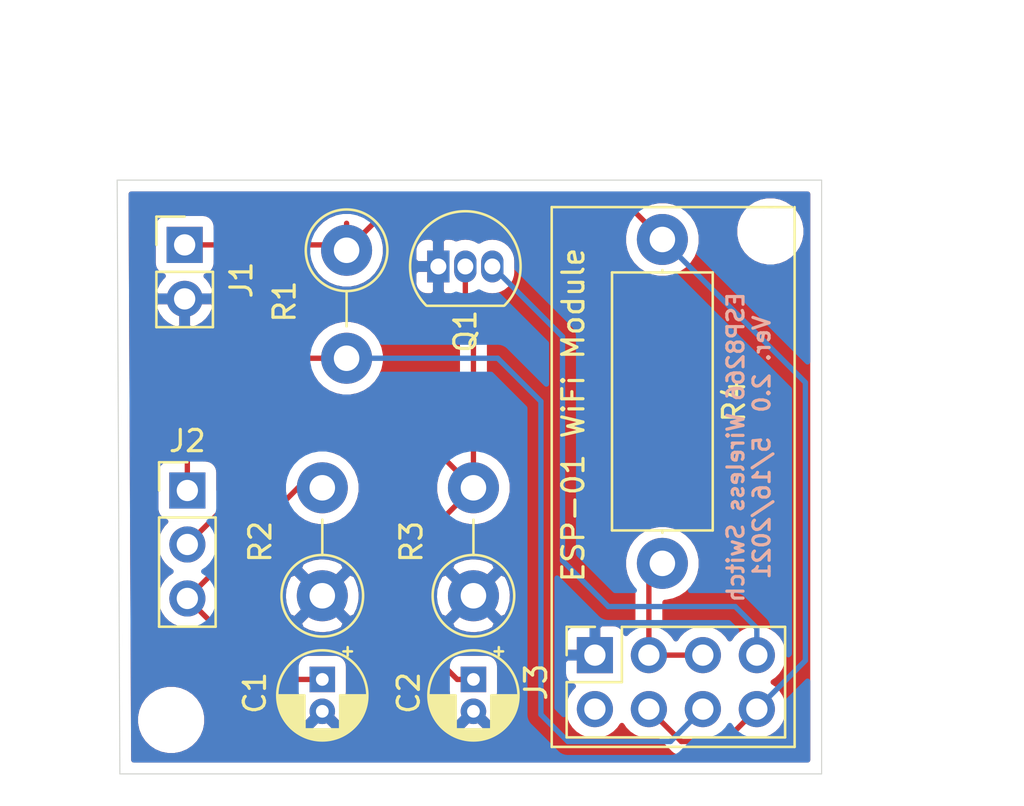
<source format=kicad_pcb>
(kicad_pcb (version 20171130) (host pcbnew "(5.1.6)-1")

  (general
    (thickness 1.6)
    (drawings 12)
    (tracks 46)
    (zones 0)
    (modules 12)
    (nets 9)
  )

  (page A4)
  (layers
    (0 F.Cu signal)
    (31 B.Cu signal)
    (32 B.Adhes user)
    (33 F.Adhes user)
    (34 B.Paste user)
    (35 F.Paste user)
    (36 B.SilkS user)
    (37 F.SilkS user)
    (38 B.Mask user)
    (39 F.Mask user)
    (40 Dwgs.User user)
    (41 Cmts.User user)
    (42 Eco1.User user)
    (43 Eco2.User user)
    (44 Edge.Cuts user)
    (45 Margin user)
    (46 B.CrtYd user)
    (47 F.CrtYd user)
    (48 B.Fab user)
    (49 F.Fab user)
  )

  (setup
    (last_trace_width 0.25)
    (trace_clearance 0.2)
    (zone_clearance 0.508)
    (zone_45_only no)
    (trace_min 0.2)
    (via_size 0.8)
    (via_drill 0.4)
    (via_min_size 0.4)
    (via_min_drill 0.3)
    (uvia_size 0.3)
    (uvia_drill 0.1)
    (uvias_allowed no)
    (uvia_min_size 0.2)
    (uvia_min_drill 0.1)
    (edge_width 0.05)
    (segment_width 0.2)
    (pcb_text_width 0.3)
    (pcb_text_size 1.5 1.5)
    (mod_edge_width 0.12)
    (mod_text_size 1 1)
    (mod_text_width 0.15)
    (pad_size 1.524 1.524)
    (pad_drill 0.762)
    (pad_to_mask_clearance 0.05)
    (aux_axis_origin 0 0)
    (visible_elements 7FFFFFFF)
    (pcbplotparams
      (layerselection 0x010fc_ffffffff)
      (usegerberextensions false)
      (usegerberattributes true)
      (usegerberadvancedattributes true)
      (creategerberjobfile true)
      (excludeedgelayer true)
      (linewidth 0.100000)
      (plotframeref false)
      (viasonmask false)
      (mode 1)
      (useauxorigin false)
      (hpglpennumber 1)
      (hpglpenspeed 20)
      (hpglpendiameter 15.000000)
      (psnegative false)
      (psa4output false)
      (plotreference true)
      (plotvalue true)
      (plotinvisibletext false)
      (padsonsilk false)
      (subtractmaskfromsilk false)
      (outputformat 1)
      (mirror false)
      (drillshape 1)
      (scaleselection 1)
      (outputdirectory ""))
  )

  (net 0 "")
  (net 1 "Net-(C1-Pad1)")
  (net 2 "Net-(C1-Pad2)")
  (net 3 "Net-(C2-Pad1)")
  (net 4 /+3.0VDC)
  (net 5 "Net-(J2-Pad1)")
  (net 6 "Net-(J3-Pad2)")
  (net 7 "Net-(J3-Pad3)")
  (net 8 "Net-(J3-Pad7)")

  (net_class Default "This is the default net class."
    (clearance 0.2)
    (trace_width 0.25)
    (via_dia 0.8)
    (via_drill 0.4)
    (uvia_dia 0.3)
    (uvia_drill 0.1)
    (add_net /+3.0VDC)
    (add_net "Net-(C1-Pad1)")
    (add_net "Net-(C1-Pad2)")
    (add_net "Net-(C2-Pad1)")
    (add_net "Net-(J2-Pad1)")
    (add_net "Net-(J3-Pad2)")
    (add_net "Net-(J3-Pad3)")
    (add_net "Net-(J3-Pad7)")
  )

  (module MountingHole:MountingHole_2.1mm (layer F.Cu) (tedit 5B924765) (tstamp 60A173AE)
    (at 154.813 104.14)
    (descr "Mounting Hole 2.1mm, no annular")
    (tags "mounting hole 2.1mm no annular")
    (attr virtual)
    (fp_text reference REF** (at 0 -3.2) (layer F.SilkS) hide
      (effects (font (size 1 1) (thickness 0.15)))
    )
    (fp_text value MountingHole_2.1mm (at 0 3.2) (layer F.Fab)
      (effects (font (size 1 1) (thickness 0.15)))
    )
    (fp_circle (center 0 0) (end 2.1 0) (layer Cmts.User) (width 0.15))
    (fp_circle (center 0 0) (end 2.35 0) (layer F.CrtYd) (width 0.05))
    (fp_text user %R (at 0.3 0) (layer F.Fab)
      (effects (font (size 1 1) (thickness 0.15)))
    )
    (pad "" np_thru_hole circle (at 0 0) (size 2.1 2.1) (drill 2.1) (layers *.Cu *.Mask))
  )

  (module MountingHole:MountingHole_2.1mm (layer F.Cu) (tedit 5B924765) (tstamp 60A17430)
    (at 183.007 81.153)
    (descr "Mounting Hole 2.1mm, no annular")
    (tags "mounting hole 2.1mm no annular")
    (attr virtual)
    (fp_text reference REF** (at 0 -3.2) (layer F.SilkS) hide
      (effects (font (size 1 1) (thickness 0.15)))
    )
    (fp_text value MountingHole_2.1mm (at 0 3.2) (layer F.Fab)
      (effects (font (size 1 1) (thickness 0.15)))
    )
    (fp_circle (center 0 0) (end 2.1 0) (layer Cmts.User) (width 0.15))
    (fp_circle (center 0 0) (end 2.35 0) (layer F.CrtYd) (width 0.05))
    (fp_text user %R (at 0.3 0) (layer F.Fab)
      (effects (font (size 1 1) (thickness 0.15)))
    )
    (pad "" np_thru_hole circle (at 0 0) (size 2.1 2.1) (drill 2.1) (layers *.Cu *.Mask))
  )

  (module Capacitor_THT:CP_Radial_D4.0mm_P1.50mm (layer F.Cu) (tedit 5AE50EF0) (tstamp 609FF2B0)
    (at 161.925 102.235 270)
    (descr "CP, Radial series, Radial, pin pitch=1.50mm, , diameter=4mm, Electrolytic Capacitor")
    (tags "CP Radial series Radial pin pitch 1.50mm  diameter 4mm Electrolytic Capacitor")
    (path /609F4C9C)
    (fp_text reference C1 (at 0.635 3.175 90) (layer F.SilkS)
      (effects (font (size 1 1) (thickness 0.15)))
    )
    (fp_text value 2.2uF (at 0.75 3.25 90) (layer F.Fab)
      (effects (font (size 1 1) (thickness 0.15)))
    )
    (fp_line (start -1.319801 -1.395) (end -1.319801 -0.995) (layer F.SilkS) (width 0.12))
    (fp_line (start -1.519801 -1.195) (end -1.119801 -1.195) (layer F.SilkS) (width 0.12))
    (fp_line (start 2.831 -0.37) (end 2.831 0.37) (layer F.SilkS) (width 0.12))
    (fp_line (start 2.791 -0.537) (end 2.791 0.537) (layer F.SilkS) (width 0.12))
    (fp_line (start 2.751 -0.664) (end 2.751 0.664) (layer F.SilkS) (width 0.12))
    (fp_line (start 2.711 -0.768) (end 2.711 0.768) (layer F.SilkS) (width 0.12))
    (fp_line (start 2.671 -0.859) (end 2.671 0.859) (layer F.SilkS) (width 0.12))
    (fp_line (start 2.631 -0.94) (end 2.631 0.94) (layer F.SilkS) (width 0.12))
    (fp_line (start 2.591 -1.013) (end 2.591 1.013) (layer F.SilkS) (width 0.12))
    (fp_line (start 2.551 -1.08) (end 2.551 1.08) (layer F.SilkS) (width 0.12))
    (fp_line (start 2.511 -1.142) (end 2.511 1.142) (layer F.SilkS) (width 0.12))
    (fp_line (start 2.471 -1.2) (end 2.471 1.2) (layer F.SilkS) (width 0.12))
    (fp_line (start 2.431 -1.254) (end 2.431 1.254) (layer F.SilkS) (width 0.12))
    (fp_line (start 2.391 -1.304) (end 2.391 1.304) (layer F.SilkS) (width 0.12))
    (fp_line (start 2.351 -1.351) (end 2.351 1.351) (layer F.SilkS) (width 0.12))
    (fp_line (start 2.311 0.84) (end 2.311 1.396) (layer F.SilkS) (width 0.12))
    (fp_line (start 2.311 -1.396) (end 2.311 -0.84) (layer F.SilkS) (width 0.12))
    (fp_line (start 2.271 0.84) (end 2.271 1.438) (layer F.SilkS) (width 0.12))
    (fp_line (start 2.271 -1.438) (end 2.271 -0.84) (layer F.SilkS) (width 0.12))
    (fp_line (start 2.231 0.84) (end 2.231 1.478) (layer F.SilkS) (width 0.12))
    (fp_line (start 2.231 -1.478) (end 2.231 -0.84) (layer F.SilkS) (width 0.12))
    (fp_line (start 2.191 0.84) (end 2.191 1.516) (layer F.SilkS) (width 0.12))
    (fp_line (start 2.191 -1.516) (end 2.191 -0.84) (layer F.SilkS) (width 0.12))
    (fp_line (start 2.151 0.84) (end 2.151 1.552) (layer F.SilkS) (width 0.12))
    (fp_line (start 2.151 -1.552) (end 2.151 -0.84) (layer F.SilkS) (width 0.12))
    (fp_line (start 2.111 0.84) (end 2.111 1.587) (layer F.SilkS) (width 0.12))
    (fp_line (start 2.111 -1.587) (end 2.111 -0.84) (layer F.SilkS) (width 0.12))
    (fp_line (start 2.071 0.84) (end 2.071 1.619) (layer F.SilkS) (width 0.12))
    (fp_line (start 2.071 -1.619) (end 2.071 -0.84) (layer F.SilkS) (width 0.12))
    (fp_line (start 2.031 0.84) (end 2.031 1.65) (layer F.SilkS) (width 0.12))
    (fp_line (start 2.031 -1.65) (end 2.031 -0.84) (layer F.SilkS) (width 0.12))
    (fp_line (start 1.991 0.84) (end 1.991 1.68) (layer F.SilkS) (width 0.12))
    (fp_line (start 1.991 -1.68) (end 1.991 -0.84) (layer F.SilkS) (width 0.12))
    (fp_line (start 1.951 0.84) (end 1.951 1.708) (layer F.SilkS) (width 0.12))
    (fp_line (start 1.951 -1.708) (end 1.951 -0.84) (layer F.SilkS) (width 0.12))
    (fp_line (start 1.911 0.84) (end 1.911 1.735) (layer F.SilkS) (width 0.12))
    (fp_line (start 1.911 -1.735) (end 1.911 -0.84) (layer F.SilkS) (width 0.12))
    (fp_line (start 1.871 0.84) (end 1.871 1.76) (layer F.SilkS) (width 0.12))
    (fp_line (start 1.871 -1.76) (end 1.871 -0.84) (layer F.SilkS) (width 0.12))
    (fp_line (start 1.831 0.84) (end 1.831 1.785) (layer F.SilkS) (width 0.12))
    (fp_line (start 1.831 -1.785) (end 1.831 -0.84) (layer F.SilkS) (width 0.12))
    (fp_line (start 1.791 0.84) (end 1.791 1.808) (layer F.SilkS) (width 0.12))
    (fp_line (start 1.791 -1.808) (end 1.791 -0.84) (layer F.SilkS) (width 0.12))
    (fp_line (start 1.751 0.84) (end 1.751 1.83) (layer F.SilkS) (width 0.12))
    (fp_line (start 1.751 -1.83) (end 1.751 -0.84) (layer F.SilkS) (width 0.12))
    (fp_line (start 1.711 0.84) (end 1.711 1.851) (layer F.SilkS) (width 0.12))
    (fp_line (start 1.711 -1.851) (end 1.711 -0.84) (layer F.SilkS) (width 0.12))
    (fp_line (start 1.671 0.84) (end 1.671 1.87) (layer F.SilkS) (width 0.12))
    (fp_line (start 1.671 -1.87) (end 1.671 -0.84) (layer F.SilkS) (width 0.12))
    (fp_line (start 1.631 0.84) (end 1.631 1.889) (layer F.SilkS) (width 0.12))
    (fp_line (start 1.631 -1.889) (end 1.631 -0.84) (layer F.SilkS) (width 0.12))
    (fp_line (start 1.591 0.84) (end 1.591 1.907) (layer F.SilkS) (width 0.12))
    (fp_line (start 1.591 -1.907) (end 1.591 -0.84) (layer F.SilkS) (width 0.12))
    (fp_line (start 1.551 0.84) (end 1.551 1.924) (layer F.SilkS) (width 0.12))
    (fp_line (start 1.551 -1.924) (end 1.551 -0.84) (layer F.SilkS) (width 0.12))
    (fp_line (start 1.511 0.84) (end 1.511 1.94) (layer F.SilkS) (width 0.12))
    (fp_line (start 1.511 -1.94) (end 1.511 -0.84) (layer F.SilkS) (width 0.12))
    (fp_line (start 1.471 0.84) (end 1.471 1.954) (layer F.SilkS) (width 0.12))
    (fp_line (start 1.471 -1.954) (end 1.471 -0.84) (layer F.SilkS) (width 0.12))
    (fp_line (start 1.43 0.84) (end 1.43 1.968) (layer F.SilkS) (width 0.12))
    (fp_line (start 1.43 -1.968) (end 1.43 -0.84) (layer F.SilkS) (width 0.12))
    (fp_line (start 1.39 0.84) (end 1.39 1.982) (layer F.SilkS) (width 0.12))
    (fp_line (start 1.39 -1.982) (end 1.39 -0.84) (layer F.SilkS) (width 0.12))
    (fp_line (start 1.35 0.84) (end 1.35 1.994) (layer F.SilkS) (width 0.12))
    (fp_line (start 1.35 -1.994) (end 1.35 -0.84) (layer F.SilkS) (width 0.12))
    (fp_line (start 1.31 0.84) (end 1.31 2.005) (layer F.SilkS) (width 0.12))
    (fp_line (start 1.31 -2.005) (end 1.31 -0.84) (layer F.SilkS) (width 0.12))
    (fp_line (start 1.27 0.84) (end 1.27 2.016) (layer F.SilkS) (width 0.12))
    (fp_line (start 1.27 -2.016) (end 1.27 -0.84) (layer F.SilkS) (width 0.12))
    (fp_line (start 1.23 0.84) (end 1.23 2.025) (layer F.SilkS) (width 0.12))
    (fp_line (start 1.23 -2.025) (end 1.23 -0.84) (layer F.SilkS) (width 0.12))
    (fp_line (start 1.19 0.84) (end 1.19 2.034) (layer F.SilkS) (width 0.12))
    (fp_line (start 1.19 -2.034) (end 1.19 -0.84) (layer F.SilkS) (width 0.12))
    (fp_line (start 1.15 0.84) (end 1.15 2.042) (layer F.SilkS) (width 0.12))
    (fp_line (start 1.15 -2.042) (end 1.15 -0.84) (layer F.SilkS) (width 0.12))
    (fp_line (start 1.11 0.84) (end 1.11 2.05) (layer F.SilkS) (width 0.12))
    (fp_line (start 1.11 -2.05) (end 1.11 -0.84) (layer F.SilkS) (width 0.12))
    (fp_line (start 1.07 0.84) (end 1.07 2.056) (layer F.SilkS) (width 0.12))
    (fp_line (start 1.07 -2.056) (end 1.07 -0.84) (layer F.SilkS) (width 0.12))
    (fp_line (start 1.03 0.84) (end 1.03 2.062) (layer F.SilkS) (width 0.12))
    (fp_line (start 1.03 -2.062) (end 1.03 -0.84) (layer F.SilkS) (width 0.12))
    (fp_line (start 0.99 0.84) (end 0.99 2.067) (layer F.SilkS) (width 0.12))
    (fp_line (start 0.99 -2.067) (end 0.99 -0.84) (layer F.SilkS) (width 0.12))
    (fp_line (start 0.95 0.84) (end 0.95 2.071) (layer F.SilkS) (width 0.12))
    (fp_line (start 0.95 -2.071) (end 0.95 -0.84) (layer F.SilkS) (width 0.12))
    (fp_line (start 0.91 0.84) (end 0.91 2.074) (layer F.SilkS) (width 0.12))
    (fp_line (start 0.91 -2.074) (end 0.91 -0.84) (layer F.SilkS) (width 0.12))
    (fp_line (start 0.87 0.84) (end 0.87 2.077) (layer F.SilkS) (width 0.12))
    (fp_line (start 0.87 -2.077) (end 0.87 -0.84) (layer F.SilkS) (width 0.12))
    (fp_line (start 0.83 -2.079) (end 0.83 -0.84) (layer F.SilkS) (width 0.12))
    (fp_line (start 0.83 0.84) (end 0.83 2.079) (layer F.SilkS) (width 0.12))
    (fp_line (start 0.79 -2.08) (end 0.79 -0.84) (layer F.SilkS) (width 0.12))
    (fp_line (start 0.79 0.84) (end 0.79 2.08) (layer F.SilkS) (width 0.12))
    (fp_line (start 0.75 -2.08) (end 0.75 -0.84) (layer F.SilkS) (width 0.12))
    (fp_line (start 0.75 0.84) (end 0.75 2.08) (layer F.SilkS) (width 0.12))
    (fp_line (start -0.752554 -1.0675) (end -0.752554 -0.6675) (layer F.Fab) (width 0.1))
    (fp_line (start -0.952554 -0.8675) (end -0.552554 -0.8675) (layer F.Fab) (width 0.1))
    (fp_circle (center 0.75 0) (end 3 0) (layer F.CrtYd) (width 0.05))
    (fp_circle (center 0.75 0) (end 2.87 0) (layer F.SilkS) (width 0.12))
    (fp_circle (center 0.75 0) (end 2.75 0) (layer F.Fab) (width 0.1))
    (fp_text user %R (at 0.75 0 90) (layer F.Fab)
      (effects (font (size 0.8 0.8) (thickness 0.12)))
    )
    (pad 1 thru_hole rect (at 0 0 270) (size 1.2 1.2) (drill 0.6) (layers *.Cu *.Mask)
      (net 1 "Net-(C1-Pad1)"))
    (pad 2 thru_hole circle (at 1.5 0 270) (size 1.2 1.2) (drill 0.6) (layers *.Cu *.Mask)
      (net 2 "Net-(C1-Pad2)"))
    (model ${KISYS3DMOD}/Capacitor_THT.3dshapes/CP_Radial_D4.0mm_P1.50mm.wrl
      (at (xyz 0 0 0))
      (scale (xyz 1 1 1))
      (rotate (xyz 0 0 0))
    )
  )

  (module Capacitor_THT:CP_Radial_D4.0mm_P1.50mm (layer F.Cu) (tedit 5AE50EF0) (tstamp 609FF31B)
    (at 169.037 102.235 270)
    (descr "CP, Radial series, Radial, pin pitch=1.50mm, , diameter=4mm, Electrolytic Capacitor")
    (tags "CP Radial series Radial pin pitch 1.50mm  diameter 4mm Electrolytic Capacitor")
    (path /609F5AEE)
    (fp_text reference C2 (at 0.635 3.048 90) (layer F.SilkS)
      (effects (font (size 1 1) (thickness 0.15)))
    )
    (fp_text value 2.2uF (at 0.75 3.25 90) (layer F.Fab)
      (effects (font (size 1 1) (thickness 0.15)))
    )
    (fp_circle (center 0.75 0) (end 2.75 0) (layer F.Fab) (width 0.1))
    (fp_circle (center 0.75 0) (end 2.87 0) (layer F.SilkS) (width 0.12))
    (fp_circle (center 0.75 0) (end 3 0) (layer F.CrtYd) (width 0.05))
    (fp_line (start -0.952554 -0.8675) (end -0.552554 -0.8675) (layer F.Fab) (width 0.1))
    (fp_line (start -0.752554 -1.0675) (end -0.752554 -0.6675) (layer F.Fab) (width 0.1))
    (fp_line (start 0.75 0.84) (end 0.75 2.08) (layer F.SilkS) (width 0.12))
    (fp_line (start 0.75 -2.08) (end 0.75 -0.84) (layer F.SilkS) (width 0.12))
    (fp_line (start 0.79 0.84) (end 0.79 2.08) (layer F.SilkS) (width 0.12))
    (fp_line (start 0.79 -2.08) (end 0.79 -0.84) (layer F.SilkS) (width 0.12))
    (fp_line (start 0.83 0.84) (end 0.83 2.079) (layer F.SilkS) (width 0.12))
    (fp_line (start 0.83 -2.079) (end 0.83 -0.84) (layer F.SilkS) (width 0.12))
    (fp_line (start 0.87 -2.077) (end 0.87 -0.84) (layer F.SilkS) (width 0.12))
    (fp_line (start 0.87 0.84) (end 0.87 2.077) (layer F.SilkS) (width 0.12))
    (fp_line (start 0.91 -2.074) (end 0.91 -0.84) (layer F.SilkS) (width 0.12))
    (fp_line (start 0.91 0.84) (end 0.91 2.074) (layer F.SilkS) (width 0.12))
    (fp_line (start 0.95 -2.071) (end 0.95 -0.84) (layer F.SilkS) (width 0.12))
    (fp_line (start 0.95 0.84) (end 0.95 2.071) (layer F.SilkS) (width 0.12))
    (fp_line (start 0.99 -2.067) (end 0.99 -0.84) (layer F.SilkS) (width 0.12))
    (fp_line (start 0.99 0.84) (end 0.99 2.067) (layer F.SilkS) (width 0.12))
    (fp_line (start 1.03 -2.062) (end 1.03 -0.84) (layer F.SilkS) (width 0.12))
    (fp_line (start 1.03 0.84) (end 1.03 2.062) (layer F.SilkS) (width 0.12))
    (fp_line (start 1.07 -2.056) (end 1.07 -0.84) (layer F.SilkS) (width 0.12))
    (fp_line (start 1.07 0.84) (end 1.07 2.056) (layer F.SilkS) (width 0.12))
    (fp_line (start 1.11 -2.05) (end 1.11 -0.84) (layer F.SilkS) (width 0.12))
    (fp_line (start 1.11 0.84) (end 1.11 2.05) (layer F.SilkS) (width 0.12))
    (fp_line (start 1.15 -2.042) (end 1.15 -0.84) (layer F.SilkS) (width 0.12))
    (fp_line (start 1.15 0.84) (end 1.15 2.042) (layer F.SilkS) (width 0.12))
    (fp_line (start 1.19 -2.034) (end 1.19 -0.84) (layer F.SilkS) (width 0.12))
    (fp_line (start 1.19 0.84) (end 1.19 2.034) (layer F.SilkS) (width 0.12))
    (fp_line (start 1.23 -2.025) (end 1.23 -0.84) (layer F.SilkS) (width 0.12))
    (fp_line (start 1.23 0.84) (end 1.23 2.025) (layer F.SilkS) (width 0.12))
    (fp_line (start 1.27 -2.016) (end 1.27 -0.84) (layer F.SilkS) (width 0.12))
    (fp_line (start 1.27 0.84) (end 1.27 2.016) (layer F.SilkS) (width 0.12))
    (fp_line (start 1.31 -2.005) (end 1.31 -0.84) (layer F.SilkS) (width 0.12))
    (fp_line (start 1.31 0.84) (end 1.31 2.005) (layer F.SilkS) (width 0.12))
    (fp_line (start 1.35 -1.994) (end 1.35 -0.84) (layer F.SilkS) (width 0.12))
    (fp_line (start 1.35 0.84) (end 1.35 1.994) (layer F.SilkS) (width 0.12))
    (fp_line (start 1.39 -1.982) (end 1.39 -0.84) (layer F.SilkS) (width 0.12))
    (fp_line (start 1.39 0.84) (end 1.39 1.982) (layer F.SilkS) (width 0.12))
    (fp_line (start 1.43 -1.968) (end 1.43 -0.84) (layer F.SilkS) (width 0.12))
    (fp_line (start 1.43 0.84) (end 1.43 1.968) (layer F.SilkS) (width 0.12))
    (fp_line (start 1.471 -1.954) (end 1.471 -0.84) (layer F.SilkS) (width 0.12))
    (fp_line (start 1.471 0.84) (end 1.471 1.954) (layer F.SilkS) (width 0.12))
    (fp_line (start 1.511 -1.94) (end 1.511 -0.84) (layer F.SilkS) (width 0.12))
    (fp_line (start 1.511 0.84) (end 1.511 1.94) (layer F.SilkS) (width 0.12))
    (fp_line (start 1.551 -1.924) (end 1.551 -0.84) (layer F.SilkS) (width 0.12))
    (fp_line (start 1.551 0.84) (end 1.551 1.924) (layer F.SilkS) (width 0.12))
    (fp_line (start 1.591 -1.907) (end 1.591 -0.84) (layer F.SilkS) (width 0.12))
    (fp_line (start 1.591 0.84) (end 1.591 1.907) (layer F.SilkS) (width 0.12))
    (fp_line (start 1.631 -1.889) (end 1.631 -0.84) (layer F.SilkS) (width 0.12))
    (fp_line (start 1.631 0.84) (end 1.631 1.889) (layer F.SilkS) (width 0.12))
    (fp_line (start 1.671 -1.87) (end 1.671 -0.84) (layer F.SilkS) (width 0.12))
    (fp_line (start 1.671 0.84) (end 1.671 1.87) (layer F.SilkS) (width 0.12))
    (fp_line (start 1.711 -1.851) (end 1.711 -0.84) (layer F.SilkS) (width 0.12))
    (fp_line (start 1.711 0.84) (end 1.711 1.851) (layer F.SilkS) (width 0.12))
    (fp_line (start 1.751 -1.83) (end 1.751 -0.84) (layer F.SilkS) (width 0.12))
    (fp_line (start 1.751 0.84) (end 1.751 1.83) (layer F.SilkS) (width 0.12))
    (fp_line (start 1.791 -1.808) (end 1.791 -0.84) (layer F.SilkS) (width 0.12))
    (fp_line (start 1.791 0.84) (end 1.791 1.808) (layer F.SilkS) (width 0.12))
    (fp_line (start 1.831 -1.785) (end 1.831 -0.84) (layer F.SilkS) (width 0.12))
    (fp_line (start 1.831 0.84) (end 1.831 1.785) (layer F.SilkS) (width 0.12))
    (fp_line (start 1.871 -1.76) (end 1.871 -0.84) (layer F.SilkS) (width 0.12))
    (fp_line (start 1.871 0.84) (end 1.871 1.76) (layer F.SilkS) (width 0.12))
    (fp_line (start 1.911 -1.735) (end 1.911 -0.84) (layer F.SilkS) (width 0.12))
    (fp_line (start 1.911 0.84) (end 1.911 1.735) (layer F.SilkS) (width 0.12))
    (fp_line (start 1.951 -1.708) (end 1.951 -0.84) (layer F.SilkS) (width 0.12))
    (fp_line (start 1.951 0.84) (end 1.951 1.708) (layer F.SilkS) (width 0.12))
    (fp_line (start 1.991 -1.68) (end 1.991 -0.84) (layer F.SilkS) (width 0.12))
    (fp_line (start 1.991 0.84) (end 1.991 1.68) (layer F.SilkS) (width 0.12))
    (fp_line (start 2.031 -1.65) (end 2.031 -0.84) (layer F.SilkS) (width 0.12))
    (fp_line (start 2.031 0.84) (end 2.031 1.65) (layer F.SilkS) (width 0.12))
    (fp_line (start 2.071 -1.619) (end 2.071 -0.84) (layer F.SilkS) (width 0.12))
    (fp_line (start 2.071 0.84) (end 2.071 1.619) (layer F.SilkS) (width 0.12))
    (fp_line (start 2.111 -1.587) (end 2.111 -0.84) (layer F.SilkS) (width 0.12))
    (fp_line (start 2.111 0.84) (end 2.111 1.587) (layer F.SilkS) (width 0.12))
    (fp_line (start 2.151 -1.552) (end 2.151 -0.84) (layer F.SilkS) (width 0.12))
    (fp_line (start 2.151 0.84) (end 2.151 1.552) (layer F.SilkS) (width 0.12))
    (fp_line (start 2.191 -1.516) (end 2.191 -0.84) (layer F.SilkS) (width 0.12))
    (fp_line (start 2.191 0.84) (end 2.191 1.516) (layer F.SilkS) (width 0.12))
    (fp_line (start 2.231 -1.478) (end 2.231 -0.84) (layer F.SilkS) (width 0.12))
    (fp_line (start 2.231 0.84) (end 2.231 1.478) (layer F.SilkS) (width 0.12))
    (fp_line (start 2.271 -1.438) (end 2.271 -0.84) (layer F.SilkS) (width 0.12))
    (fp_line (start 2.271 0.84) (end 2.271 1.438) (layer F.SilkS) (width 0.12))
    (fp_line (start 2.311 -1.396) (end 2.311 -0.84) (layer F.SilkS) (width 0.12))
    (fp_line (start 2.311 0.84) (end 2.311 1.396) (layer F.SilkS) (width 0.12))
    (fp_line (start 2.351 -1.351) (end 2.351 1.351) (layer F.SilkS) (width 0.12))
    (fp_line (start 2.391 -1.304) (end 2.391 1.304) (layer F.SilkS) (width 0.12))
    (fp_line (start 2.431 -1.254) (end 2.431 1.254) (layer F.SilkS) (width 0.12))
    (fp_line (start 2.471 -1.2) (end 2.471 1.2) (layer F.SilkS) (width 0.12))
    (fp_line (start 2.511 -1.142) (end 2.511 1.142) (layer F.SilkS) (width 0.12))
    (fp_line (start 2.551 -1.08) (end 2.551 1.08) (layer F.SilkS) (width 0.12))
    (fp_line (start 2.591 -1.013) (end 2.591 1.013) (layer F.SilkS) (width 0.12))
    (fp_line (start 2.631 -0.94) (end 2.631 0.94) (layer F.SilkS) (width 0.12))
    (fp_line (start 2.671 -0.859) (end 2.671 0.859) (layer F.SilkS) (width 0.12))
    (fp_line (start 2.711 -0.768) (end 2.711 0.768) (layer F.SilkS) (width 0.12))
    (fp_line (start 2.751 -0.664) (end 2.751 0.664) (layer F.SilkS) (width 0.12))
    (fp_line (start 2.791 -0.537) (end 2.791 0.537) (layer F.SilkS) (width 0.12))
    (fp_line (start 2.831 -0.37) (end 2.831 0.37) (layer F.SilkS) (width 0.12))
    (fp_line (start -1.519801 -1.195) (end -1.119801 -1.195) (layer F.SilkS) (width 0.12))
    (fp_line (start -1.319801 -1.395) (end -1.319801 -0.995) (layer F.SilkS) (width 0.12))
    (fp_text user %R (at 0.75 0 90) (layer F.Fab)
      (effects (font (size 0.8 0.8) (thickness 0.12)))
    )
    (pad 2 thru_hole circle (at 1.5 0 270) (size 1.2 1.2) (drill 0.6) (layers *.Cu *.Mask)
      (net 2 "Net-(C1-Pad2)"))
    (pad 1 thru_hole rect (at 0 0 270) (size 1.2 1.2) (drill 0.6) (layers *.Cu *.Mask)
      (net 3 "Net-(C2-Pad1)"))
    (model ${KISYS3DMOD}/Capacitor_THT.3dshapes/CP_Radial_D4.0mm_P1.50mm.wrl
      (at (xyz 0 0 0))
      (scale (xyz 1 1 1))
      (rotate (xyz 0 0 0))
    )
  )

  (module Connector_PinHeader_2.54mm:PinHeader_1x02_P2.54mm_Vertical (layer F.Cu) (tedit 59FED5CC) (tstamp 60A12C31)
    (at 155.448 81.788)
    (descr "Through hole straight pin header, 1x02, 2.54mm pitch, single row")
    (tags "Through hole pin header THT 1x02 2.54mm single row")
    (path /608F3FC7)
    (fp_text reference J1 (at 2.667 1.651 90) (layer F.SilkS)
      (effects (font (size 1 1) (thickness 0.15)))
    )
    (fp_text value PWR (at 0 4.87) (layer F.Fab)
      (effects (font (size 1 1) (thickness 0.15)))
    )
    (fp_line (start 1.8 -1.8) (end -1.8 -1.8) (layer F.CrtYd) (width 0.05))
    (fp_line (start 1.8 4.35) (end 1.8 -1.8) (layer F.CrtYd) (width 0.05))
    (fp_line (start -1.8 4.35) (end 1.8 4.35) (layer F.CrtYd) (width 0.05))
    (fp_line (start -1.8 -1.8) (end -1.8 4.35) (layer F.CrtYd) (width 0.05))
    (fp_line (start -1.33 -1.33) (end 0 -1.33) (layer F.SilkS) (width 0.12))
    (fp_line (start -1.33 0) (end -1.33 -1.33) (layer F.SilkS) (width 0.12))
    (fp_line (start -1.33 1.27) (end 1.33 1.27) (layer F.SilkS) (width 0.12))
    (fp_line (start 1.33 1.27) (end 1.33 3.87) (layer F.SilkS) (width 0.12))
    (fp_line (start -1.33 1.27) (end -1.33 3.87) (layer F.SilkS) (width 0.12))
    (fp_line (start -1.33 3.87) (end 1.33 3.87) (layer F.SilkS) (width 0.12))
    (fp_line (start -1.27 -0.635) (end -0.635 -1.27) (layer F.Fab) (width 0.1))
    (fp_line (start -1.27 3.81) (end -1.27 -0.635) (layer F.Fab) (width 0.1))
    (fp_line (start 1.27 3.81) (end -1.27 3.81) (layer F.Fab) (width 0.1))
    (fp_line (start 1.27 -1.27) (end 1.27 3.81) (layer F.Fab) (width 0.1))
    (fp_line (start -0.635 -1.27) (end 1.27 -1.27) (layer F.Fab) (width 0.1))
    (fp_text user %R (at 0 1.27 90) (layer F.Fab)
      (effects (font (size 1 1) (thickness 0.15)))
    )
    (pad 1 thru_hole rect (at 0 0) (size 1.7 1.7) (drill 1) (layers *.Cu *.Mask)
      (net 4 /+3.0VDC))
    (pad 2 thru_hole oval (at 0 2.54) (size 1.7 1.7) (drill 1) (layers *.Cu *.Mask)
      (net 2 "Net-(C1-Pad2)"))
    (model ${KISYS3DMOD}/Connector_PinHeader_2.54mm.3dshapes/PinHeader_1x02_P2.54mm_Vertical.wrl
      (at (xyz 0 0 0))
      (scale (xyz 1 1 1))
      (rotate (xyz 0 0 0))
    )
  )

  (module Connector_PinHeader_2.54mm:PinHeader_1x03_P2.54mm_Vertical (layer F.Cu) (tedit 59FED5CC) (tstamp 609FF348)
    (at 155.575 93.345)
    (descr "Through hole straight pin header, 1x03, 2.54mm pitch, single row")
    (tags "Through hole pin header THT 1x03 2.54mm single row")
    (path /609B15E0)
    (fp_text reference J2 (at 0 -2.33) (layer F.SilkS)
      (effects (font (size 1 1) (thickness 0.15)))
    )
    (fp_text value "Switch In" (at 0 7.41) (layer F.Fab)
      (effects (font (size 1 1) (thickness 0.15)))
    )
    (fp_line (start 1.8 -1.8) (end -1.8 -1.8) (layer F.CrtYd) (width 0.05))
    (fp_line (start 1.8 6.85) (end 1.8 -1.8) (layer F.CrtYd) (width 0.05))
    (fp_line (start -1.8 6.85) (end 1.8 6.85) (layer F.CrtYd) (width 0.05))
    (fp_line (start -1.8 -1.8) (end -1.8 6.85) (layer F.CrtYd) (width 0.05))
    (fp_line (start -1.33 -1.33) (end 0 -1.33) (layer F.SilkS) (width 0.12))
    (fp_line (start -1.33 0) (end -1.33 -1.33) (layer F.SilkS) (width 0.12))
    (fp_line (start -1.33 1.27) (end 1.33 1.27) (layer F.SilkS) (width 0.12))
    (fp_line (start 1.33 1.27) (end 1.33 6.41) (layer F.SilkS) (width 0.12))
    (fp_line (start -1.33 1.27) (end -1.33 6.41) (layer F.SilkS) (width 0.12))
    (fp_line (start -1.33 6.41) (end 1.33 6.41) (layer F.SilkS) (width 0.12))
    (fp_line (start -1.27 -0.635) (end -0.635 -1.27) (layer F.Fab) (width 0.1))
    (fp_line (start -1.27 6.35) (end -1.27 -0.635) (layer F.Fab) (width 0.1))
    (fp_line (start 1.27 6.35) (end -1.27 6.35) (layer F.Fab) (width 0.1))
    (fp_line (start 1.27 -1.27) (end 1.27 6.35) (layer F.Fab) (width 0.1))
    (fp_line (start -0.635 -1.27) (end 1.27 -1.27) (layer F.Fab) (width 0.1))
    (fp_text user %R (at 0 2.54 90) (layer F.Fab)
      (effects (font (size 1 1) (thickness 0.15)))
    )
    (pad 1 thru_hole rect (at 0 0) (size 1.7 1.7) (drill 1) (layers *.Cu *.Mask)
      (net 5 "Net-(J2-Pad1)"))
    (pad 2 thru_hole oval (at 0 2.54) (size 1.7 1.7) (drill 1) (layers *.Cu *.Mask)
      (net 3 "Net-(C2-Pad1)"))
    (pad 3 thru_hole oval (at 0 5.08) (size 1.7 1.7) (drill 1) (layers *.Cu *.Mask)
      (net 1 "Net-(C1-Pad1)"))
    (model ${KISYS3DMOD}/Connector_PinHeader_2.54mm.3dshapes/PinHeader_1x03_P2.54mm_Vertical.wrl
      (at (xyz 0 0 0))
      (scale (xyz 1 1 1))
      (rotate (xyz 0 0 0))
    )
  )

  (module Connector_PinSocket_2.54mm:PinSocket_2x04_P2.54mm_Vertical (layer F.Cu) (tedit 5A19A422) (tstamp 609FF366)
    (at 174.752 101.092 90)
    (descr "Through hole straight socket strip, 2x04, 2.54mm pitch, double cols (from Kicad 4.0.7), script generated")
    (tags "Through hole socket strip THT 2x04 2.54mm double row")
    (path /608F1FC2)
    (fp_text reference J3 (at -1.27 -2.77 90) (layer F.SilkS)
      (effects (font (size 1 1) (thickness 0.15)))
    )
    (fp_text value ESP-01 (at -1.27 10.39 90) (layer F.Fab)
      (effects (font (size 1 1) (thickness 0.15)))
    )
    (fp_line (start -4.34 9.4) (end -4.34 -1.8) (layer F.CrtYd) (width 0.05))
    (fp_line (start 1.76 9.4) (end -4.34 9.4) (layer F.CrtYd) (width 0.05))
    (fp_line (start 1.76 -1.8) (end 1.76 9.4) (layer F.CrtYd) (width 0.05))
    (fp_line (start -4.34 -1.8) (end 1.76 -1.8) (layer F.CrtYd) (width 0.05))
    (fp_line (start 0 -1.33) (end 1.33 -1.33) (layer F.SilkS) (width 0.12))
    (fp_line (start 1.33 -1.33) (end 1.33 0) (layer F.SilkS) (width 0.12))
    (fp_line (start -1.27 -1.33) (end -1.27 1.27) (layer F.SilkS) (width 0.12))
    (fp_line (start -1.27 1.27) (end 1.33 1.27) (layer F.SilkS) (width 0.12))
    (fp_line (start 1.33 1.27) (end 1.33 8.95) (layer F.SilkS) (width 0.12))
    (fp_line (start -3.87 8.95) (end 1.33 8.95) (layer F.SilkS) (width 0.12))
    (fp_line (start -3.87 -1.33) (end -3.87 8.95) (layer F.SilkS) (width 0.12))
    (fp_line (start -3.87 -1.33) (end -1.27 -1.33) (layer F.SilkS) (width 0.12))
    (fp_line (start -3.81 8.89) (end -3.81 -1.27) (layer F.Fab) (width 0.1))
    (fp_line (start 1.27 8.89) (end -3.81 8.89) (layer F.Fab) (width 0.1))
    (fp_line (start 1.27 -0.27) (end 1.27 8.89) (layer F.Fab) (width 0.1))
    (fp_line (start 0.27 -1.27) (end 1.27 -0.27) (layer F.Fab) (width 0.1))
    (fp_line (start -3.81 -1.27) (end 0.27 -1.27) (layer F.Fab) (width 0.1))
    (fp_text user %R (at -1.27 3.81) (layer F.Fab)
      (effects (font (size 1 1) (thickness 0.15)))
    )
    (pad 1 thru_hole rect (at 0 0 90) (size 1.7 1.7) (drill 1) (layers *.Cu *.Mask)
      (net 2 "Net-(C1-Pad2)"))
    (pad 2 thru_hole oval (at -2.54 0 90) (size 1.7 1.7) (drill 1) (layers *.Cu *.Mask)
      (net 6 "Net-(J3-Pad2)"))
    (pad 3 thru_hole oval (at 0 2.54 90) (size 1.7 1.7) (drill 1) (layers *.Cu *.Mask)
      (net 7 "Net-(J3-Pad3)"))
    (pad 4 thru_hole oval (at -2.54 2.54 90) (size 1.7 1.7) (drill 1) (layers *.Cu *.Mask)
      (net 4 /+3.0VDC))
    (pad 5 thru_hole oval (at 0 5.08 90) (size 1.7 1.7) (drill 1) (layers *.Cu *.Mask)
      (net 7 "Net-(J3-Pad3)"))
    (pad 6 thru_hole oval (at -2.54 5.08 90) (size 1.7 1.7) (drill 1) (layers *.Cu *.Mask)
      (net 5 "Net-(J2-Pad1)"))
    (pad 7 thru_hole oval (at 0 7.62 90) (size 1.7 1.7) (drill 1) (layers *.Cu *.Mask)
      (net 8 "Net-(J3-Pad7)"))
    (pad 8 thru_hole oval (at -2.54 7.62 90) (size 1.7 1.7) (drill 1) (layers *.Cu *.Mask)
      (net 4 /+3.0VDC))
    (model ${KISYS3DMOD}/Connector_PinSocket_2.54mm.3dshapes/PinSocket_2x04_P2.54mm_Vertical.wrl
      (at (xyz 0 0 0))
      (scale (xyz 1 1 1))
      (rotate (xyz 0 0 0))
    )
  )

  (module Package_TO_SOT_THT:TO-92_Inline (layer F.Cu) (tedit 5A1DD157) (tstamp 609FF378)
    (at 167.386 82.804)
    (descr "TO-92 leads in-line, narrow, oval pads, drill 0.75mm (see NXP sot054_po.pdf)")
    (tags "to-92 sc-43 sc-43a sot54 PA33 transistor")
    (path /609FEC28)
    (fp_text reference Q1 (at 1.27 3.048 90) (layer F.SilkS)
      (effects (font (size 1 1) (thickness 0.15)))
    )
    (fp_text value 2N7000 (at 1.27 2.79) (layer F.Fab)
      (effects (font (size 1 1) (thickness 0.15)))
    )
    (fp_line (start 4 2.01) (end -1.46 2.01) (layer F.CrtYd) (width 0.05))
    (fp_line (start 4 2.01) (end 4 -2.73) (layer F.CrtYd) (width 0.05))
    (fp_line (start -1.46 -2.73) (end -1.46 2.01) (layer F.CrtYd) (width 0.05))
    (fp_line (start -1.46 -2.73) (end 4 -2.73) (layer F.CrtYd) (width 0.05))
    (fp_line (start -0.5 1.75) (end 3 1.75) (layer F.Fab) (width 0.1))
    (fp_line (start -0.53 1.85) (end 3.07 1.85) (layer F.SilkS) (width 0.12))
    (fp_text user %R (at 1.27 -3.56) (layer F.Fab)
      (effects (font (size 1 1) (thickness 0.15)))
    )
    (fp_arc (start 1.27 0) (end 1.27 -2.48) (angle 135) (layer F.Fab) (width 0.1))
    (fp_arc (start 1.27 0) (end 1.27 -2.6) (angle -135) (layer F.SilkS) (width 0.12))
    (fp_arc (start 1.27 0) (end 1.27 -2.48) (angle -135) (layer F.Fab) (width 0.1))
    (fp_arc (start 1.27 0) (end 1.27 -2.6) (angle 135) (layer F.SilkS) (width 0.12))
    (pad 2 thru_hole oval (at 1.27 0) (size 1.05 1.5) (drill 0.75) (layers *.Cu *.Mask)
      (net 3 "Net-(C2-Pad1)"))
    (pad 3 thru_hole oval (at 2.54 0) (size 1.05 1.5) (drill 0.75) (layers *.Cu *.Mask)
      (net 8 "Net-(J3-Pad7)"))
    (pad 1 thru_hole rect (at 0 0) (size 1.05 1.5) (drill 0.75) (layers *.Cu *.Mask)
      (net 2 "Net-(C1-Pad2)"))
    (model ${KISYS3DMOD}/Package_TO_SOT_THT.3dshapes/TO-92_Inline.wrl
      (at (xyz 0 0 0))
      (scale (xyz 1 1 1))
      (rotate (xyz 0 0 0))
    )
  )

  (module Resistor_THT:R_Axial_DIN0411_L9.9mm_D3.6mm_P5.08mm_Vertical (layer F.Cu) (tedit 5AE5139B) (tstamp 609FF387)
    (at 163.068 82.042 270)
    (descr "Resistor, Axial_DIN0411 series, Axial, Vertical, pin pitch=5.08mm, 1W, length*diameter=9.9*3.6mm^2")
    (tags "Resistor Axial_DIN0411 series Axial Vertical pin pitch 5.08mm 1W length 9.9mm diameter 3.6mm")
    (path /60905376)
    (fp_text reference R1 (at 2.413 2.921 90) (layer F.SilkS)
      (effects (font (size 1 1) (thickness 0.15)))
    )
    (fp_text value 10K (at 2.54 2.92 90) (layer F.Fab)
      (effects (font (size 1 1) (thickness 0.15)))
    )
    (fp_line (start 6.53 -2.05) (end -2.05 -2.05) (layer F.CrtYd) (width 0.05))
    (fp_line (start 6.53 2.05) (end 6.53 -2.05) (layer F.CrtYd) (width 0.05))
    (fp_line (start -2.05 2.05) (end 6.53 2.05) (layer F.CrtYd) (width 0.05))
    (fp_line (start -2.05 -2.05) (end -2.05 2.05) (layer F.CrtYd) (width 0.05))
    (fp_line (start 1.92 0) (end 3.58 0) (layer F.SilkS) (width 0.12))
    (fp_line (start 0 0) (end 5.08 0) (layer F.Fab) (width 0.1))
    (fp_circle (center 0 0) (end 1.92 0) (layer F.SilkS) (width 0.12))
    (fp_circle (center 0 0) (end 1.8 0) (layer F.Fab) (width 0.1))
    (fp_text user %R (at 2.54 -2.92 90) (layer F.Fab)
      (effects (font (size 1 1) (thickness 0.15)))
    )
    (pad 1 thru_hole circle (at 0 0 270) (size 2.4 2.4) (drill 1.2) (layers *.Cu *.Mask)
      (net 4 /+3.0VDC))
    (pad 2 thru_hole oval (at 5.08 0 270) (size 2.4 2.4) (drill 1.2) (layers *.Cu *.Mask)
      (net 5 "Net-(J2-Pad1)"))
    (model ${KISYS3DMOD}/Resistor_THT.3dshapes/R_Axial_DIN0411_L9.9mm_D3.6mm_P5.08mm_Vertical.wrl
      (at (xyz 0 0 0))
      (scale (xyz 1 1 1))
      (rotate (xyz 0 0 0))
    )
  )

  (module Resistor_THT:R_Axial_DIN0411_L9.9mm_D3.6mm_P5.08mm_Vertical (layer F.Cu) (tedit 5AE5139B) (tstamp 609FF396)
    (at 161.925 98.298 90)
    (descr "Resistor, Axial_DIN0411 series, Axial, Vertical, pin pitch=5.08mm, 1W, length*diameter=9.9*3.6mm^2")
    (tags "Resistor Axial_DIN0411 series Axial Vertical pin pitch 5.08mm 1W length 9.9mm diameter 3.6mm")
    (path /609054C2)
    (fp_text reference R2 (at 2.54 -2.92 90) (layer F.SilkS)
      (effects (font (size 1 1) (thickness 0.15)))
    )
    (fp_text value "1 Meg" (at 2.54 2.92 90) (layer F.Fab)
      (effects (font (size 1 1) (thickness 0.15)))
    )
    (fp_circle (center 0 0) (end 1.8 0) (layer F.Fab) (width 0.1))
    (fp_circle (center 0 0) (end 1.92 0) (layer F.SilkS) (width 0.12))
    (fp_line (start 0 0) (end 5.08 0) (layer F.Fab) (width 0.1))
    (fp_line (start 1.92 0) (end 3.58 0) (layer F.SilkS) (width 0.12))
    (fp_line (start -2.05 -2.05) (end -2.05 2.05) (layer F.CrtYd) (width 0.05))
    (fp_line (start -2.05 2.05) (end 6.53 2.05) (layer F.CrtYd) (width 0.05))
    (fp_line (start 6.53 2.05) (end 6.53 -2.05) (layer F.CrtYd) (width 0.05))
    (fp_line (start 6.53 -2.05) (end -2.05 -2.05) (layer F.CrtYd) (width 0.05))
    (fp_text user %R (at 2.54 -2.92 90) (layer F.Fab)
      (effects (font (size 1 1) (thickness 0.15)))
    )
    (pad 2 thru_hole oval (at 5.08 0 90) (size 2.4 2.4) (drill 1.2) (layers *.Cu *.Mask)
      (net 1 "Net-(C1-Pad1)"))
    (pad 1 thru_hole circle (at 0 0 90) (size 2.4 2.4) (drill 1.2) (layers *.Cu *.Mask)
      (net 2 "Net-(C1-Pad2)"))
    (model ${KISYS3DMOD}/Resistor_THT.3dshapes/R_Axial_DIN0411_L9.9mm_D3.6mm_P5.08mm_Vertical.wrl
      (at (xyz 0 0 0))
      (scale (xyz 1 1 1))
      (rotate (xyz 0 0 0))
    )
  )

  (module Resistor_THT:R_Axial_DIN0411_L9.9mm_D3.6mm_P5.08mm_Vertical (layer F.Cu) (tedit 5AE5139B) (tstamp 609FF3A5)
    (at 169.037 98.298 90)
    (descr "Resistor, Axial_DIN0411 series, Axial, Vertical, pin pitch=5.08mm, 1W, length*diameter=9.9*3.6mm^2")
    (tags "Resistor Axial_DIN0411 series Axial Vertical pin pitch 5.08mm 1W length 9.9mm diameter 3.6mm")
    (path /609B9C48)
    (fp_text reference R3 (at 2.54 -2.92 90) (layer F.SilkS)
      (effects (font (size 1 1) (thickness 0.15)))
    )
    (fp_text value "1 Meg" (at 2.54 2.92 90) (layer F.Fab)
      (effects (font (size 1 1) (thickness 0.15)))
    )
    (fp_line (start 6.53 -2.05) (end -2.05 -2.05) (layer F.CrtYd) (width 0.05))
    (fp_line (start 6.53 2.05) (end 6.53 -2.05) (layer F.CrtYd) (width 0.05))
    (fp_line (start -2.05 2.05) (end 6.53 2.05) (layer F.CrtYd) (width 0.05))
    (fp_line (start -2.05 -2.05) (end -2.05 2.05) (layer F.CrtYd) (width 0.05))
    (fp_line (start 1.92 0) (end 3.58 0) (layer F.SilkS) (width 0.12))
    (fp_line (start 0 0) (end 5.08 0) (layer F.Fab) (width 0.1))
    (fp_circle (center 0 0) (end 1.92 0) (layer F.SilkS) (width 0.12))
    (fp_circle (center 0 0) (end 1.8 0) (layer F.Fab) (width 0.1))
    (fp_text user %R (at 2.54 -2.92 90) (layer F.Fab)
      (effects (font (size 1 1) (thickness 0.15)))
    )
    (pad 1 thru_hole circle (at 0 0 90) (size 2.4 2.4) (drill 1.2) (layers *.Cu *.Mask)
      (net 2 "Net-(C1-Pad2)"))
    (pad 2 thru_hole oval (at 5.08 0 90) (size 2.4 2.4) (drill 1.2) (layers *.Cu *.Mask)
      (net 3 "Net-(C2-Pad1)"))
    (model ${KISYS3DMOD}/Resistor_THT.3dshapes/R_Axial_DIN0411_L9.9mm_D3.6mm_P5.08mm_Vertical.wrl
      (at (xyz 0 0 0))
      (scale (xyz 1 1 1))
      (rotate (xyz 0 0 0))
    )
  )

  (module Resistor_THT:R_Axial_DIN0414_L11.9mm_D4.5mm_P15.24mm_Horizontal (layer F.Cu) (tedit 5AE5139B) (tstamp 609FF3BC)
    (at 177.927 81.534 270)
    (descr "Resistor, Axial_DIN0414 series, Axial, Horizontal, pin pitch=15.24mm, 2W, length*diameter=11.9*4.5mm^2, http://www.vishay.com/docs/20128/wkxwrx.pdf")
    (tags "Resistor Axial_DIN0414 series Axial Horizontal pin pitch 15.24mm 2W length 11.9mm diameter 4.5mm")
    (path /6092EF65)
    (fp_text reference R4 (at 7.62 -3.37 90) (layer F.SilkS)
      (effects (font (size 1 1) (thickness 0.15)))
    )
    (fp_text value 10K (at 7.62 3.37 90) (layer F.Fab)
      (effects (font (size 1 1) (thickness 0.15)))
    )
    (fp_line (start 16.69 -2.5) (end -1.45 -2.5) (layer F.CrtYd) (width 0.05))
    (fp_line (start 16.69 2.5) (end 16.69 -2.5) (layer F.CrtYd) (width 0.05))
    (fp_line (start -1.45 2.5) (end 16.69 2.5) (layer F.CrtYd) (width 0.05))
    (fp_line (start -1.45 -2.5) (end -1.45 2.5) (layer F.CrtYd) (width 0.05))
    (fp_line (start 13.8 0) (end 13.69 0) (layer F.SilkS) (width 0.12))
    (fp_line (start 1.44 0) (end 1.55 0) (layer F.SilkS) (width 0.12))
    (fp_line (start 13.69 -2.37) (end 1.55 -2.37) (layer F.SilkS) (width 0.12))
    (fp_line (start 13.69 2.37) (end 13.69 -2.37) (layer F.SilkS) (width 0.12))
    (fp_line (start 1.55 2.37) (end 13.69 2.37) (layer F.SilkS) (width 0.12))
    (fp_line (start 1.55 -2.37) (end 1.55 2.37) (layer F.SilkS) (width 0.12))
    (fp_line (start 15.24 0) (end 13.57 0) (layer F.Fab) (width 0.1))
    (fp_line (start 0 0) (end 1.67 0) (layer F.Fab) (width 0.1))
    (fp_line (start 13.57 -2.25) (end 1.67 -2.25) (layer F.Fab) (width 0.1))
    (fp_line (start 13.57 2.25) (end 13.57 -2.25) (layer F.Fab) (width 0.1))
    (fp_line (start 1.67 2.25) (end 13.57 2.25) (layer F.Fab) (width 0.1))
    (fp_line (start 1.67 -2.25) (end 1.67 2.25) (layer F.Fab) (width 0.1))
    (fp_text user %R (at 7.62 0 90) (layer F.Fab)
      (effects (font (size 1 1) (thickness 0.15)))
    )
    (pad 1 thru_hole circle (at 0 0 270) (size 2.4 2.4) (drill 1.2) (layers *.Cu *.Mask)
      (net 4 /+3.0VDC))
    (pad 2 thru_hole oval (at 15.24 0 270) (size 2.4 2.4) (drill 1.2) (layers *.Cu *.Mask)
      (net 7 "Net-(J3-Pad3)"))
    (model ${KISYS3DMOD}/Resistor_THT.3dshapes/R_Axial_DIN0414_L11.9mm_D4.5mm_P15.24mm_Horizontal.wrl
      (at (xyz 0 0 0))
      (scale (xyz 1 1 1))
      (rotate (xyz 0 0 0))
    )
  )

  (gr_text "ESP8266 Wireless Switch\nVer. 2.0  5/16/2021" (at 181.991 91.313 90) (layer B.SilkS)
    (effects (font (size 0.762 0.762) (thickness 0.15)) (justify mirror))
  )
  (gr_text "ESP-01 WiFi Module" (at 173.736 89.789 90) (layer F.SilkS)
    (effects (font (size 1 1) (thickness 0.15)))
  )
  (gr_line (start 184.15 105.41) (end 184.15 80.01) (layer F.SilkS) (width 0.12))
  (gr_line (start 172.72 105.41) (end 184.15 105.41) (layer F.SilkS) (width 0.12))
  (gr_line (start 172.72 80.01) (end 172.72 105.41) (layer F.SilkS) (width 0.12))
  (gr_line (start 184.023 80.01) (end 172.72 80.01) (layer F.SilkS) (width 0.12))
  (gr_line (start 152.273 78.74) (end 185.42 78.74) (layer Edge.Cuts) (width 0.05) (tstamp 60A12CE4))
  (gr_line (start 152.4 106.68) (end 152.273 78.74) (layer Edge.Cuts) (width 0.05))
  (gr_line (start 185.42 106.68) (end 152.4 106.68) (layer Edge.Cuts) (width 0.05))
  (gr_line (start 185.42 78.74) (end 185.42 106.68) (layer Edge.Cuts) (width 0.05))
  (dimension 33.02 (width 0.15) (layer Dwgs.User)
    (gr_text "1.3000 in" (at 168.91 70.963) (layer Dwgs.User)
      (effects (font (size 1 1) (thickness 0.15)))
    )
    (feature1 (pts (xy 152.4 76.073) (xy 152.4 71.676579)))
    (feature2 (pts (xy 185.42 76.073) (xy 185.42 71.676579)))
    (crossbar (pts (xy 185.42 72.263) (xy 152.4 72.263)))
    (arrow1a (pts (xy 152.4 72.263) (xy 153.526504 71.676579)))
    (arrow1b (pts (xy 152.4 72.263) (xy 153.526504 72.849421)))
    (arrow2a (pts (xy 185.42 72.263) (xy 184.293496 71.676579)))
    (arrow2b (pts (xy 185.42 72.263) (xy 184.293496 72.849421)))
  )
  (dimension 27.94 (width 0.15) (layer Dwgs.User)
    (gr_text "1.1000 in" (at 193.577999 92.71 90) (layer Dwgs.User)
      (effects (font (size 1 1) (thickness 0.15)))
    )
    (feature1 (pts (xy 187.96 78.74) (xy 192.86442 78.74)))
    (feature2 (pts (xy 187.96 106.68) (xy 192.86442 106.68)))
    (crossbar (pts (xy 192.277999 106.68) (xy 192.277999 78.74)))
    (arrow1a (pts (xy 192.277999 78.74) (xy 192.86442 79.866504)))
    (arrow1b (pts (xy 192.277999 78.74) (xy 191.691578 79.866504)))
    (arrow2a (pts (xy 192.277999 106.68) (xy 192.86442 105.553496)))
    (arrow2b (pts (xy 192.277999 106.68) (xy 191.691578 105.553496)))
  )

  (segment (start 160.782 93.218) (end 161.925 93.218) (width 0.25) (layer F.Cu) (net 1))
  (segment (start 155.575 98.425) (end 160.782 93.218) (width 0.25) (layer F.Cu) (net 1))
  (segment (start 159.385 102.235) (end 155.575 98.425) (width 0.25) (layer F.Cu) (net 1))
  (segment (start 161.925 102.235) (end 159.385 102.235) (width 0.25) (layer F.Cu) (net 1))
  (segment (start 155.575 95.885) (end 157.861 93.599) (width 0.25) (layer F.Cu) (net 3))
  (segment (start 157.861 93.599) (end 157.861 91.567) (width 0.25) (layer F.Cu) (net 3))
  (segment (start 157.861 91.567) (end 158.75 90.678) (width 0.25) (layer F.Cu) (net 3))
  (segment (start 166.497 90.678) (end 169.037 93.218) (width 0.25) (layer F.Cu) (net 3))
  (segment (start 158.75 90.678) (end 166.497 90.678) (width 0.25) (layer F.Cu) (net 3))
  (segment (start 169.037 102.235) (end 168.275 102.235) (width 0.25) (layer F.Cu) (net 3))
  (segment (start 168.275 102.235) (end 166.497 100.457) (width 0.25) (layer F.Cu) (net 3))
  (segment (start 166.497 95.758) (end 169.037 93.218) (width 0.25) (layer F.Cu) (net 3))
  (segment (start 166.497 100.457) (end 166.497 95.758) (width 0.25) (layer F.Cu) (net 3))
  (segment (start 169.037 93.218) (end 169.037 85.344) (width 0.25) (layer F.Cu) (net 3))
  (segment (start 168.656 84.963) (end 168.656 82.804) (width 0.25) (layer F.Cu) (net 3))
  (segment (start 169.037 85.344) (end 168.656 84.963) (width 0.25) (layer F.Cu) (net 3))
  (segment (start 177.292 103.632) (end 178.816 105.156) (width 0.25) (layer F.Cu) (net 4))
  (segment (start 178.816 105.156) (end 180.848 105.156) (width 0.25) (layer F.Cu) (net 4))
  (segment (start 180.848 105.156) (end 182.372 103.632) (width 0.25) (layer F.Cu) (net 4))
  (segment (start 162.814 81.788) (end 163.068 82.042) (width 0.25) (layer F.Cu) (net 4))
  (segment (start 155.448 81.788) (end 162.814 81.788) (width 0.25) (layer F.Cu) (net 4))
  (segment (start 163.068 82.042) (end 163.068 80.772) (width 0.25) (layer F.Cu) (net 4))
  (segment (start 163.068 82.042) (end 165.227 79.883) (width 0.25) (layer F.Cu) (net 4))
  (segment (start 176.276 79.883) (end 177.927 81.534) (width 0.25) (layer F.Cu) (net 4))
  (segment (start 165.227 79.883) (end 176.276 79.883) (width 0.25) (layer F.Cu) (net 4))
  (segment (start 177.927 81.534) (end 184.658 88.265) (width 0.25) (layer B.Cu) (net 4))
  (segment (start 184.658 88.265) (end 184.658 101.346) (width 0.25) (layer B.Cu) (net 4))
  (segment (start 184.658 101.346) (end 182.372 103.632) (width 0.25) (layer B.Cu) (net 4))
  (segment (start 157.226 87.122) (end 163.068 87.122) (width 0.25) (layer F.Cu) (net 5))
  (segment (start 155.575 93.345) (end 155.575 88.773) (width 0.25) (layer F.Cu) (net 5))
  (segment (start 155.575 88.773) (end 157.226 87.122) (width 0.25) (layer F.Cu) (net 5))
  (segment (start 179.832 103.632) (end 178.308 105.156) (width 0.25) (layer B.Cu) (net 5))
  (segment (start 178.308 105.156) (end 173.482 105.156) (width 0.25) (layer B.Cu) (net 5))
  (segment (start 173.482 105.156) (end 172.212 103.886) (width 0.25) (layer B.Cu) (net 5))
  (segment (start 172.212 103.886) (end 172.212 89.154) (width 0.25) (layer B.Cu) (net 5))
  (segment (start 170.18 87.122) (end 163.068 87.122) (width 0.25) (layer B.Cu) (net 5))
  (segment (start 172.212 89.154) (end 170.18 87.122) (width 0.25) (layer B.Cu) (net 5))
  (segment (start 177.292 101.092) (end 179.832 101.092) (width 0.25) (layer F.Cu) (net 7))
  (segment (start 177.292 97.409) (end 177.927 96.774) (width 0.25) (layer F.Cu) (net 7))
  (segment (start 177.292 101.092) (end 177.292 97.409) (width 0.25) (layer F.Cu) (net 7))
  (segment (start 182.372 101.092) (end 182.372 99.822) (width 0.25) (layer B.Cu) (net 8))
  (segment (start 182.372 99.822) (end 181.356 98.806) (width 0.25) (layer B.Cu) (net 8))
  (segment (start 181.356 98.806) (end 175.387 98.806) (width 0.25) (layer B.Cu) (net 8))
  (segment (start 175.387 98.806) (end 173.228 96.647) (width 0.25) (layer B.Cu) (net 8))
  (segment (start 173.228 86.106) (end 169.926 82.804) (width 0.25) (layer B.Cu) (net 8))
  (segment (start 173.228 96.647) (end 173.228 86.106) (width 0.25) (layer B.Cu) (net 8))

  (zone (net 2) (net_name "Net-(C1-Pad2)") (layer F.Cu) (tstamp 60A7EFE0) (hatch edge 0.508)
    (connect_pads (clearance 0.508))
    (min_thickness 0.254)
    (fill yes (arc_segments 32) (thermal_gap 0.508) (thermal_bridge_width 0.508))
    (polygon
      (pts
        (xy 185.42 106.68) (xy 152.4 106.68) (xy 152.4 78.74) (xy 185.42 78.74)
      )
    )
    (filled_polygon
      (pts
        (xy 163.712449 80.32275) (xy 163.667043 80.303942) (xy 163.608001 80.231999) (xy 163.492276 80.137026) (xy 163.360247 80.066454)
        (xy 163.216986 80.022997) (xy 163.068 80.008323) (xy 162.919015 80.022997) (xy 162.775754 80.066454) (xy 162.643725 80.137026)
        (xy 162.528 80.231999) (xy 162.468959 80.303941) (xy 162.198801 80.415844) (xy 161.898256 80.616662) (xy 161.642662 80.872256)
        (xy 161.538597 81.028) (xy 156.936072 81.028) (xy 156.936072 80.938) (xy 156.923812 80.813518) (xy 156.887502 80.69382)
        (xy 156.828537 80.583506) (xy 156.749185 80.486815) (xy 156.652494 80.407463) (xy 156.54218 80.348498) (xy 156.422482 80.312188)
        (xy 156.298 80.299928) (xy 154.598 80.299928) (xy 154.473518 80.312188) (xy 154.35382 80.348498) (xy 154.243506 80.407463)
        (xy 154.146815 80.486815) (xy 154.067463 80.583506) (xy 154.008498 80.69382) (xy 153.972188 80.813518) (xy 153.959928 80.938)
        (xy 153.959928 82.638) (xy 153.972188 82.762482) (xy 154.008498 82.88218) (xy 154.067463 82.992494) (xy 154.146815 83.089185)
        (xy 154.243506 83.168537) (xy 154.35382 83.227502) (xy 154.434466 83.251966) (xy 154.350412 83.327731) (xy 154.176359 83.56108)
        (xy 154.051175 83.823901) (xy 154.006524 83.97111) (xy 154.127845 84.201) (xy 155.321 84.201) (xy 155.321 84.181)
        (xy 155.575 84.181) (xy 155.575 84.201) (xy 156.768155 84.201) (xy 156.889476 83.97111) (xy 156.844825 83.823901)
        (xy 156.719641 83.56108) (xy 156.545588 83.327731) (xy 156.461534 83.251966) (xy 156.54218 83.227502) (xy 156.652494 83.168537)
        (xy 156.749185 83.089185) (xy 156.828537 82.992494) (xy 156.887502 82.88218) (xy 156.923812 82.762482) (xy 156.936072 82.638)
        (xy 156.936072 82.548) (xy 161.2977 82.548) (xy 161.303518 82.57725) (xy 161.441844 82.911199) (xy 161.642662 83.211744)
        (xy 161.898256 83.467338) (xy 162.198801 83.668156) (xy 162.53275 83.806482) (xy 162.887268 83.877) (xy 163.248732 83.877)
        (xy 163.60325 83.806482) (xy 163.937199 83.668156) (xy 164.108045 83.554) (xy 166.222928 83.554) (xy 166.235188 83.678482)
        (xy 166.271498 83.79818) (xy 166.330463 83.908494) (xy 166.409815 84.005185) (xy 166.506506 84.084537) (xy 166.61682 84.143502)
        (xy 166.736518 84.179812) (xy 166.861 84.192072) (xy 167.10025 84.189) (xy 167.259 84.03025) (xy 167.259 82.931)
        (xy 166.38475 82.931) (xy 166.226 83.08975) (xy 166.222928 83.554) (xy 164.108045 83.554) (xy 164.237744 83.467338)
        (xy 164.493338 83.211744) (xy 164.694156 82.911199) (xy 164.832482 82.57725) (xy 164.903 82.222732) (xy 164.903 82.054)
        (xy 166.222928 82.054) (xy 166.226 82.51825) (xy 166.38475 82.677) (xy 167.259 82.677) (xy 167.259 81.57775)
        (xy 167.10025 81.419) (xy 166.861 81.415928) (xy 166.736518 81.428188) (xy 166.61682 81.464498) (xy 166.506506 81.523463)
        (xy 166.409815 81.602815) (xy 166.330463 81.699506) (xy 166.271498 81.80982) (xy 166.235188 81.929518) (xy 166.222928 82.054)
        (xy 164.903 82.054) (xy 164.903 81.861268) (xy 164.832482 81.50675) (xy 164.78725 81.397551) (xy 165.541802 80.643)
        (xy 175.961199 80.643) (xy 176.20775 80.889551) (xy 176.162518 80.99875) (xy 176.092 81.353268) (xy 176.092 81.714732)
        (xy 176.162518 82.06925) (xy 176.300844 82.403199) (xy 176.501662 82.703744) (xy 176.757256 82.959338) (xy 177.057801 83.160156)
        (xy 177.39175 83.298482) (xy 177.746268 83.369) (xy 178.107732 83.369) (xy 178.46225 83.298482) (xy 178.796199 83.160156)
        (xy 179.096744 82.959338) (xy 179.352338 82.703744) (xy 179.553156 82.403199) (xy 179.691482 82.06925) (xy 179.762 81.714732)
        (xy 179.762 81.353268) (xy 179.691482 80.99875) (xy 179.686633 80.987042) (xy 181.322 80.987042) (xy 181.322 81.318958)
        (xy 181.386754 81.644496) (xy 181.513772 81.951147) (xy 181.698175 82.227125) (xy 181.932875 82.461825) (xy 182.208853 82.646228)
        (xy 182.515504 82.773246) (xy 182.841042 82.838) (xy 183.172958 82.838) (xy 183.498496 82.773246) (xy 183.805147 82.646228)
        (xy 184.081125 82.461825) (xy 184.315825 82.227125) (xy 184.500228 81.951147) (xy 184.627246 81.644496) (xy 184.692 81.318958)
        (xy 184.692 80.987042) (xy 184.627246 80.661504) (xy 184.500228 80.354853) (xy 184.315825 80.078875) (xy 184.081125 79.844175)
        (xy 183.805147 79.659772) (xy 183.498496 79.532754) (xy 183.172958 79.468) (xy 182.841042 79.468) (xy 182.515504 79.532754)
        (xy 182.208853 79.659772) (xy 181.932875 79.844175) (xy 181.698175 80.078875) (xy 181.513772 80.354853) (xy 181.386754 80.661504)
        (xy 181.322 80.987042) (xy 179.686633 80.987042) (xy 179.553156 80.664801) (xy 179.352338 80.364256) (xy 179.096744 80.108662)
        (xy 178.796199 79.907844) (xy 178.46225 79.769518) (xy 178.107732 79.699) (xy 177.746268 79.699) (xy 177.39175 79.769518)
        (xy 177.282551 79.81475) (xy 176.867801 79.4) (xy 184.76 79.4) (xy 184.760001 106.02) (xy 153.057006 106.02)
        (xy 153.047707 103.974042) (xy 153.128 103.974042) (xy 153.128 104.305958) (xy 153.192754 104.631496) (xy 153.319772 104.938147)
        (xy 153.504175 105.214125) (xy 153.738875 105.448825) (xy 154.014853 105.633228) (xy 154.321504 105.760246) (xy 154.647042 105.825)
        (xy 154.978958 105.825) (xy 155.304496 105.760246) (xy 155.611147 105.633228) (xy 155.887125 105.448825) (xy 156.121825 105.214125)
        (xy 156.306228 104.938147) (xy 156.433246 104.631496) (xy 156.442541 104.584764) (xy 161.254841 104.584764) (xy 161.302148 104.808348)
        (xy 161.523516 104.909237) (xy 161.760313 104.965) (xy 162.003438 104.973495) (xy 162.243549 104.934395) (xy 162.471418 104.849202)
        (xy 162.547852 104.808348) (xy 162.595159 104.584764) (xy 168.366841 104.584764) (xy 168.414148 104.808348) (xy 168.635516 104.909237)
        (xy 168.872313 104.965) (xy 169.115438 104.973495) (xy 169.355549 104.934395) (xy 169.583418 104.849202) (xy 169.659852 104.808348)
        (xy 169.707159 104.584764) (xy 169.037 103.914605) (xy 168.366841 104.584764) (xy 162.595159 104.584764) (xy 161.925 103.914605)
        (xy 161.254841 104.584764) (xy 156.442541 104.584764) (xy 156.498 104.305958) (xy 156.498 103.974042) (xy 156.433246 103.648504)
        (xy 156.306228 103.341853) (xy 156.121825 103.065875) (xy 155.887125 102.831175) (xy 155.611147 102.646772) (xy 155.304496 102.519754)
        (xy 154.978958 102.455) (xy 154.647042 102.455) (xy 154.321504 102.519754) (xy 154.014853 102.646772) (xy 153.738875 102.831175)
        (xy 153.504175 103.065875) (xy 153.319772 103.341853) (xy 153.192754 103.648504) (xy 153.128 103.974042) (xy 153.047707 103.974042)
        (xy 152.99553 92.495) (xy 154.086928 92.495) (xy 154.086928 94.195) (xy 154.099188 94.319482) (xy 154.135498 94.43918)
        (xy 154.194463 94.549494) (xy 154.273815 94.646185) (xy 154.370506 94.725537) (xy 154.48082 94.784502) (xy 154.55338 94.806513)
        (xy 154.421525 94.938368) (xy 154.25901 95.181589) (xy 154.147068 95.451842) (xy 154.09 95.73874) (xy 154.09 96.03126)
        (xy 154.147068 96.318158) (xy 154.25901 96.588411) (xy 154.421525 96.831632) (xy 154.628368 97.038475) (xy 154.80276 97.155)
        (xy 154.628368 97.271525) (xy 154.421525 97.478368) (xy 154.25901 97.721589) (xy 154.147068 97.991842) (xy 154.09 98.27874)
        (xy 154.09 98.57126) (xy 154.147068 98.858158) (xy 154.25901 99.128411) (xy 154.421525 99.371632) (xy 154.628368 99.578475)
        (xy 154.871589 99.74099) (xy 155.141842 99.852932) (xy 155.42874 99.91) (xy 155.72126 99.91) (xy 155.941408 99.866209)
        (xy 158.821201 102.746003) (xy 158.844999 102.775001) (xy 158.960724 102.869974) (xy 159.092753 102.940546) (xy 159.236014 102.984003)
        (xy 159.347667 102.995) (xy 159.347675 102.995) (xy 159.385 102.998676) (xy 159.422325 102.995) (xy 160.709962 102.995)
        (xy 160.735498 103.07918) (xy 160.794463 103.189494) (xy 160.808568 103.206681) (xy 160.750763 103.333516) (xy 160.695 103.570313)
        (xy 160.686505 103.813438) (xy 160.725605 104.053549) (xy 160.810798 104.281418) (xy 160.851652 104.357852) (xy 161.075236 104.405159)
        (xy 161.745395 103.735) (xy 161.731253 103.720858) (xy 161.910858 103.541253) (xy 161.925 103.555395) (xy 161.939143 103.541253)
        (xy 162.118748 103.720858) (xy 162.104605 103.735) (xy 162.774764 104.405159) (xy 162.998348 104.357852) (xy 163.099237 104.136484)
        (xy 163.155 103.899687) (xy 163.163495 103.656562) (xy 163.124395 103.416451) (xy 163.044549 103.202883) (xy 163.055537 103.189494)
        (xy 163.114502 103.07918) (xy 163.150812 102.959482) (xy 163.163072 102.835) (xy 163.163072 101.635) (xy 163.150812 101.510518)
        (xy 163.114502 101.39082) (xy 163.055537 101.280506) (xy 162.976185 101.183815) (xy 162.879494 101.104463) (xy 162.76918 101.045498)
        (xy 162.649482 101.009188) (xy 162.525 100.996928) (xy 161.325 100.996928) (xy 161.200518 101.009188) (xy 161.08082 101.045498)
        (xy 160.970506 101.104463) (xy 160.873815 101.183815) (xy 160.794463 101.280506) (xy 160.735498 101.39082) (xy 160.709962 101.475)
        (xy 159.699802 101.475) (xy 157.800782 99.57598) (xy 160.826626 99.57598) (xy 160.946514 99.860836) (xy 161.27021 100.021699)
        (xy 161.619069 100.116322) (xy 161.979684 100.141067) (xy 162.338198 100.094985) (xy 162.680833 99.979846) (xy 162.903486 99.860836)
        (xy 163.023374 99.57598) (xy 161.925 98.477605) (xy 160.826626 99.57598) (xy 157.800782 99.57598) (xy 157.016209 98.791408)
        (xy 157.06 98.57126) (xy 157.06 98.352684) (xy 160.081933 98.352684) (xy 160.128015 98.711198) (xy 160.243154 99.053833)
        (xy 160.362164 99.276486) (xy 160.64702 99.396374) (xy 161.745395 98.298) (xy 162.104605 98.298) (xy 163.20298 99.396374)
        (xy 163.487836 99.276486) (xy 163.648699 98.95279) (xy 163.743322 98.603931) (xy 163.768067 98.243316) (xy 163.721985 97.884802)
        (xy 163.606846 97.542167) (xy 163.487836 97.319514) (xy 163.20298 97.199626) (xy 162.104605 98.298) (xy 161.745395 98.298)
        (xy 160.64702 97.199626) (xy 160.362164 97.319514) (xy 160.201301 97.64321) (xy 160.106678 97.992069) (xy 160.081933 98.352684)
        (xy 157.06 98.352684) (xy 157.06 98.27874) (xy 157.016209 98.058592) (xy 158.054781 97.02002) (xy 160.826626 97.02002)
        (xy 161.925 98.118395) (xy 163.023374 97.02002) (xy 162.903486 96.735164) (xy 162.57979 96.574301) (xy 162.230931 96.479678)
        (xy 161.870316 96.454933) (xy 161.511802 96.501015) (xy 161.169167 96.616154) (xy 160.946514 96.735164) (xy 160.826626 97.02002)
        (xy 158.054781 97.02002) (xy 160.59336 94.481442) (xy 160.755256 94.643338) (xy 161.055801 94.844156) (xy 161.38975 94.982482)
        (xy 161.744268 95.053) (xy 162.105732 95.053) (xy 162.46025 94.982482) (xy 162.794199 94.844156) (xy 163.094744 94.643338)
        (xy 163.350338 94.387744) (xy 163.551156 94.087199) (xy 163.689482 93.75325) (xy 163.76 93.398732) (xy 163.76 93.037268)
        (xy 163.689482 92.68275) (xy 163.551156 92.348801) (xy 163.350338 92.048256) (xy 163.094744 91.792662) (xy 162.794199 91.591844)
        (xy 162.46025 91.453518) (xy 162.382236 91.438) (xy 166.182199 91.438) (xy 167.317749 92.573552) (xy 167.272518 92.68275)
        (xy 167.202 93.037268) (xy 167.202 93.398732) (xy 167.272518 93.75325) (xy 167.317749 93.862448) (xy 165.985998 95.194201)
        (xy 165.957 95.217999) (xy 165.933202 95.246997) (xy 165.933201 95.246998) (xy 165.862026 95.333724) (xy 165.791454 95.465754)
        (xy 165.76118 95.565558) (xy 165.749442 95.604256) (xy 165.747998 95.609015) (xy 165.733324 95.758) (xy 165.737001 95.795332)
        (xy 165.737 100.419677) (xy 165.733324 100.457) (xy 165.737 100.494322) (xy 165.737 100.494332) (xy 165.747997 100.605985)
        (xy 165.791454 100.749246) (xy 165.862026 100.881276) (xy 165.901871 100.929826) (xy 165.956999 100.997001) (xy 165.986003 101.020804)
        (xy 167.711201 102.746003) (xy 167.734999 102.775001) (xy 167.798928 102.827466) (xy 167.798928 102.835) (xy 167.811188 102.959482)
        (xy 167.847498 103.07918) (xy 167.906463 103.189494) (xy 167.920568 103.206681) (xy 167.862763 103.333516) (xy 167.807 103.570313)
        (xy 167.798505 103.813438) (xy 167.837605 104.053549) (xy 167.922798 104.281418) (xy 167.963652 104.357852) (xy 168.187236 104.405159)
        (xy 168.857395 103.735) (xy 168.843253 103.720858) (xy 169.022858 103.541253) (xy 169.037 103.555395) (xy 169.051143 103.541253)
        (xy 169.230748 103.720858) (xy 169.216605 103.735) (xy 169.886764 104.405159) (xy 170.110348 104.357852) (xy 170.211237 104.136484)
        (xy 170.267 103.899687) (xy 170.275495 103.656562) (xy 170.236395 103.416451) (xy 170.156549 103.202883) (xy 170.167537 103.189494)
        (xy 170.226502 103.07918) (xy 170.262812 102.959482) (xy 170.275072 102.835) (xy 170.275072 101.942) (xy 173.263928 101.942)
        (xy 173.276188 102.066482) (xy 173.312498 102.18618) (xy 173.371463 102.296494) (xy 173.450815 102.393185) (xy 173.547506 102.472537)
        (xy 173.65782 102.531502) (xy 173.73038 102.553513) (xy 173.598525 102.685368) (xy 173.43601 102.928589) (xy 173.324068 103.198842)
        (xy 173.267 103.48574) (xy 173.267 103.77826) (xy 173.324068 104.065158) (xy 173.43601 104.335411) (xy 173.598525 104.578632)
        (xy 173.805368 104.785475) (xy 174.048589 104.94799) (xy 174.318842 105.059932) (xy 174.60574 105.117) (xy 174.89826 105.117)
        (xy 175.185158 105.059932) (xy 175.455411 104.94799) (xy 175.698632 104.785475) (xy 175.905475 104.578632) (xy 176.022 104.40424)
        (xy 176.138525 104.578632) (xy 176.345368 104.785475) (xy 176.588589 104.94799) (xy 176.858842 105.059932) (xy 177.14574 105.117)
        (xy 177.43826 105.117) (xy 177.658407 105.07321) (xy 178.252205 105.667008) (xy 178.275999 105.696001) (xy 178.304992 105.719795)
        (xy 178.304996 105.719799) (xy 178.354282 105.760246) (xy 178.391724 105.790974) (xy 178.523753 105.861546) (xy 178.667014 105.905003)
        (xy 178.778667 105.916) (xy 178.778676 105.916) (xy 178.815999 105.919676) (xy 178.853322 105.916) (xy 180.810678 105.916)
        (xy 180.848 105.919676) (xy 180.885322 105.916) (xy 180.885333 105.916) (xy 180.996986 105.905003) (xy 181.140247 105.861546)
        (xy 181.272276 105.790974) (xy 181.388001 105.696001) (xy 181.411803 105.666998) (xy 182.005592 105.07321) (xy 182.22574 105.117)
        (xy 182.51826 105.117) (xy 182.805158 105.059932) (xy 183.075411 104.94799) (xy 183.318632 104.785475) (xy 183.525475 104.578632)
        (xy 183.68799 104.335411) (xy 183.799932 104.065158) (xy 183.857 103.77826) (xy 183.857 103.48574) (xy 183.799932 103.198842)
        (xy 183.68799 102.928589) (xy 183.525475 102.685368) (xy 183.318632 102.478525) (xy 183.14424 102.362) (xy 183.318632 102.245475)
        (xy 183.525475 102.038632) (xy 183.68799 101.795411) (xy 183.799932 101.525158) (xy 183.857 101.23826) (xy 183.857 100.94574)
        (xy 183.799932 100.658842) (xy 183.68799 100.388589) (xy 183.525475 100.145368) (xy 183.318632 99.938525) (xy 183.075411 99.77601)
        (xy 182.805158 99.664068) (xy 182.51826 99.607) (xy 182.22574 99.607) (xy 181.938842 99.664068) (xy 181.668589 99.77601)
        (xy 181.425368 99.938525) (xy 181.218525 100.145368) (xy 181.102 100.31976) (xy 180.985475 100.145368) (xy 180.778632 99.938525)
        (xy 180.535411 99.77601) (xy 180.265158 99.664068) (xy 179.97826 99.607) (xy 179.68574 99.607) (xy 179.398842 99.664068)
        (xy 179.128589 99.77601) (xy 178.885368 99.938525) (xy 178.678525 100.145368) (xy 178.562 100.31976) (xy 178.445475 100.145368)
        (xy 178.238632 99.938525) (xy 178.052 99.813822) (xy 178.052 98.609) (xy 178.107732 98.609) (xy 178.46225 98.538482)
        (xy 178.796199 98.400156) (xy 179.096744 98.199338) (xy 179.352338 97.943744) (xy 179.553156 97.643199) (xy 179.691482 97.30925)
        (xy 179.762 96.954732) (xy 179.762 96.593268) (xy 179.691482 96.23875) (xy 179.553156 95.904801) (xy 179.352338 95.604256)
        (xy 179.096744 95.348662) (xy 178.796199 95.147844) (xy 178.46225 95.009518) (xy 178.107732 94.939) (xy 177.746268 94.939)
        (xy 177.39175 95.009518) (xy 177.057801 95.147844) (xy 176.757256 95.348662) (xy 176.501662 95.604256) (xy 176.300844 95.904801)
        (xy 176.162518 96.23875) (xy 176.092 96.593268) (xy 176.092 96.954732) (xy 176.162518 97.30925) (xy 176.300844 97.643199)
        (xy 176.501662 97.943744) (xy 176.532001 97.974083) (xy 176.532 99.813821) (xy 176.345368 99.938525) (xy 176.213513 100.07038)
        (xy 176.191502 99.99782) (xy 176.132537 99.887506) (xy 176.053185 99.790815) (xy 175.956494 99.711463) (xy 175.84618 99.652498)
        (xy 175.726482 99.616188) (xy 175.602 99.603928) (xy 175.03775 99.607) (xy 174.879 99.76575) (xy 174.879 100.965)
        (xy 174.899 100.965) (xy 174.899 101.219) (xy 174.879 101.219) (xy 174.879 101.239) (xy 174.625 101.239)
        (xy 174.625 101.219) (xy 173.42575 101.219) (xy 173.267 101.37775) (xy 173.263928 101.942) (xy 170.275072 101.942)
        (xy 170.275072 101.635) (xy 170.262812 101.510518) (xy 170.226502 101.39082) (xy 170.167537 101.280506) (xy 170.088185 101.183815)
        (xy 169.991494 101.104463) (xy 169.88118 101.045498) (xy 169.761482 101.009188) (xy 169.637 100.996928) (xy 168.437 100.996928)
        (xy 168.312518 101.009188) (xy 168.19282 101.045498) (xy 168.171627 101.056826) (xy 167.356801 100.242) (xy 173.263928 100.242)
        (xy 173.267 100.80625) (xy 173.42575 100.965) (xy 174.625 100.965) (xy 174.625 99.76575) (xy 174.46625 99.607)
        (xy 173.902 99.603928) (xy 173.777518 99.616188) (xy 173.65782 99.652498) (xy 173.547506 99.711463) (xy 173.450815 99.790815)
        (xy 173.371463 99.887506) (xy 173.312498 99.99782) (xy 173.276188 100.117518) (xy 173.263928 100.242) (xy 167.356801 100.242)
        (xy 167.257 100.142199) (xy 167.257 99.57598) (xy 167.938626 99.57598) (xy 168.058514 99.860836) (xy 168.38221 100.021699)
        (xy 168.731069 100.116322) (xy 169.091684 100.141067) (xy 169.450198 100.094985) (xy 169.792833 99.979846) (xy 170.015486 99.860836)
        (xy 170.135374 99.57598) (xy 169.037 98.477605) (xy 167.938626 99.57598) (xy 167.257 99.57598) (xy 167.257 98.761743)
        (xy 167.355154 99.053833) (xy 167.474164 99.276486) (xy 167.75902 99.396374) (xy 168.857395 98.298) (xy 169.216605 98.298)
        (xy 170.31498 99.396374) (xy 170.599836 99.276486) (xy 170.760699 98.95279) (xy 170.855322 98.603931) (xy 170.880067 98.243316)
        (xy 170.833985 97.884802) (xy 170.718846 97.542167) (xy 170.599836 97.319514) (xy 170.31498 97.199626) (xy 169.216605 98.298)
        (xy 168.857395 98.298) (xy 167.75902 97.199626) (xy 167.474164 97.319514) (xy 167.313301 97.64321) (xy 167.257 97.850782)
        (xy 167.257 97.02002) (xy 167.938626 97.02002) (xy 169.037 98.118395) (xy 170.135374 97.02002) (xy 170.015486 96.735164)
        (xy 169.69179 96.574301) (xy 169.342931 96.479678) (xy 168.982316 96.454933) (xy 168.623802 96.501015) (xy 168.281167 96.616154)
        (xy 168.058514 96.735164) (xy 167.938626 97.02002) (xy 167.257 97.02002) (xy 167.257 96.072801) (xy 168.392552 94.937251)
        (xy 168.50175 94.982482) (xy 168.856268 95.053) (xy 169.217732 95.053) (xy 169.57225 94.982482) (xy 169.906199 94.844156)
        (xy 170.206744 94.643338) (xy 170.462338 94.387744) (xy 170.663156 94.087199) (xy 170.801482 93.75325) (xy 170.872 93.398732)
        (xy 170.872 93.037268) (xy 170.801482 92.68275) (xy 170.663156 92.348801) (xy 170.462338 92.048256) (xy 170.206744 91.792662)
        (xy 169.906199 91.591844) (xy 169.797 91.546612) (xy 169.797 85.381322) (xy 169.800676 85.343999) (xy 169.797 85.306676)
        (xy 169.797 85.306667) (xy 169.786003 85.195014) (xy 169.742546 85.051753) (xy 169.671974 84.919724) (xy 169.577001 84.803999)
        (xy 169.547997 84.780196) (xy 169.416 84.648199) (xy 169.416 84.071708) (xy 169.479941 84.105885) (xy 169.698601 84.172215)
        (xy 169.926 84.194612) (xy 170.1534 84.172215) (xy 170.37206 84.105885) (xy 170.573579 83.998171) (xy 170.750212 83.853212)
        (xy 170.895171 83.676579) (xy 171.002885 83.475059) (xy 171.069215 83.256399) (xy 171.086 83.085978) (xy 171.086 82.522021)
        (xy 171.069215 82.3516) (xy 171.002885 82.13294) (xy 170.895171 81.931421) (xy 170.750212 81.754788) (xy 170.573578 81.609829)
        (xy 170.372059 81.502115) (xy 170.153399 81.435785) (xy 169.926 81.413388) (xy 169.6986 81.435785) (xy 169.47994 81.502115)
        (xy 169.291 81.603106) (xy 169.102059 81.502115) (xy 168.883399 81.435785) (xy 168.656 81.413388) (xy 168.4286 81.435785)
        (xy 168.219902 81.499093) (xy 168.15518 81.464498) (xy 168.035482 81.428188) (xy 167.911 81.415928) (xy 167.67175 81.419)
        (xy 167.513 81.57775) (xy 167.513 82.350892) (xy 167.512785 82.351601) (xy 167.496 82.522022) (xy 167.496 83.085979)
        (xy 167.512785 83.2564) (xy 167.513 83.257109) (xy 167.513 84.03025) (xy 167.67175 84.189) (xy 167.896 84.191879)
        (xy 167.896 84.925677) (xy 167.892324 84.963) (xy 167.896 85.000322) (xy 167.896 85.000332) (xy 167.906997 85.111985)
        (xy 167.950454 85.255246) (xy 168.021026 85.387276) (xy 168.060871 85.435826) (xy 168.115999 85.503001) (xy 168.145003 85.526804)
        (xy 168.277001 85.658802) (xy 168.277 91.383198) (xy 167.060804 90.167003) (xy 167.037001 90.137999) (xy 166.921276 90.043026)
        (xy 166.789247 89.972454) (xy 166.645986 89.928997) (xy 166.534333 89.918) (xy 166.534322 89.918) (xy 166.497 89.914324)
        (xy 166.459678 89.918) (xy 158.787323 89.918) (xy 158.75 89.914324) (xy 158.712677 89.918) (xy 158.712667 89.918)
        (xy 158.601014 89.928997) (xy 158.457753 89.972454) (xy 158.325724 90.043026) (xy 158.209999 90.137999) (xy 158.186201 90.166997)
        (xy 157.349998 91.003201) (xy 157.321 91.026999) (xy 157.297202 91.055997) (xy 157.297201 91.055998) (xy 157.226026 91.142724)
        (xy 157.155454 91.274754) (xy 157.111998 91.418015) (xy 157.097324 91.567) (xy 157.101001 91.604332) (xy 157.101 93.284198)
        (xy 157.063072 93.322126) (xy 157.063072 92.495) (xy 157.050812 92.370518) (xy 157.014502 92.25082) (xy 156.955537 92.140506)
        (xy 156.876185 92.043815) (xy 156.779494 91.964463) (xy 156.66918 91.905498) (xy 156.549482 91.869188) (xy 156.425 91.856928)
        (xy 156.335 91.856928) (xy 156.335 89.087801) (xy 157.540802 87.882) (xy 161.396612 87.882) (xy 161.441844 87.991199)
        (xy 161.642662 88.291744) (xy 161.898256 88.547338) (xy 162.198801 88.748156) (xy 162.53275 88.886482) (xy 162.887268 88.957)
        (xy 163.248732 88.957) (xy 163.60325 88.886482) (xy 163.937199 88.748156) (xy 164.237744 88.547338) (xy 164.493338 88.291744)
        (xy 164.694156 87.991199) (xy 164.832482 87.65725) (xy 164.903 87.302732) (xy 164.903 86.941268) (xy 164.832482 86.58675)
        (xy 164.694156 86.252801) (xy 164.493338 85.952256) (xy 164.237744 85.696662) (xy 163.937199 85.495844) (xy 163.60325 85.357518)
        (xy 163.248732 85.287) (xy 162.887268 85.287) (xy 162.53275 85.357518) (xy 162.198801 85.495844) (xy 161.898256 85.696662)
        (xy 161.642662 85.952256) (xy 161.441844 86.252801) (xy 161.396612 86.362) (xy 157.263333 86.362) (xy 157.226 86.358323)
        (xy 157.188667 86.362) (xy 157.077014 86.372997) (xy 156.933753 86.416454) (xy 156.801724 86.487026) (xy 156.685999 86.581999)
        (xy 156.662201 86.610997) (xy 155.063998 88.209201) (xy 155.035 88.232999) (xy 155.011202 88.261997) (xy 155.011201 88.261998)
        (xy 154.940026 88.348724) (xy 154.869454 88.480754) (xy 154.825998 88.624015) (xy 154.811324 88.773) (xy 154.815001 88.810332)
        (xy 154.815 91.856928) (xy 154.725 91.856928) (xy 154.600518 91.869188) (xy 154.48082 91.905498) (xy 154.370506 91.964463)
        (xy 154.273815 92.043815) (xy 154.194463 92.140506) (xy 154.135498 92.25082) (xy 154.099188 92.370518) (xy 154.086928 92.495)
        (xy 152.99553 92.495) (xy 152.960029 84.68489) (xy 154.006524 84.68489) (xy 154.051175 84.832099) (xy 154.176359 85.09492)
        (xy 154.350412 85.328269) (xy 154.566645 85.523178) (xy 154.816748 85.672157) (xy 155.091109 85.769481) (xy 155.321 85.648814)
        (xy 155.321 84.455) (xy 155.575 84.455) (xy 155.575 85.648814) (xy 155.804891 85.769481) (xy 156.079252 85.672157)
        (xy 156.329355 85.523178) (xy 156.545588 85.328269) (xy 156.719641 85.09492) (xy 156.844825 84.832099) (xy 156.889476 84.68489)
        (xy 156.768155 84.455) (xy 155.575 84.455) (xy 155.321 84.455) (xy 154.127845 84.455) (xy 154.006524 84.68489)
        (xy 152.960029 84.68489) (xy 152.936006 79.4) (xy 164.635198 79.4)
      )
    )
  )
  (zone (net 2) (net_name "Net-(C1-Pad2)") (layer B.Cu) (tstamp 60A7EFDD) (hatch edge 0.508)
    (connect_pads (clearance 0.508))
    (min_thickness 0.254)
    (fill yes (arc_segments 32) (thermal_gap 0.508) (thermal_bridge_width 0.508))
    (polygon
      (pts
        (xy 185.42 106.68) (xy 152.4 106.68) (xy 152.4 78.74) (xy 185.42 78.74)
      )
    )
    (filled_polygon
      (pts
        (xy 184.76 87.292197) (xy 179.64625 82.178449) (xy 179.691482 82.06925) (xy 179.762 81.714732) (xy 179.762 81.353268)
        (xy 179.691482 80.99875) (xy 179.686633 80.987042) (xy 181.322 80.987042) (xy 181.322 81.318958) (xy 181.386754 81.644496)
        (xy 181.513772 81.951147) (xy 181.698175 82.227125) (xy 181.932875 82.461825) (xy 182.208853 82.646228) (xy 182.515504 82.773246)
        (xy 182.841042 82.838) (xy 183.172958 82.838) (xy 183.498496 82.773246) (xy 183.805147 82.646228) (xy 184.081125 82.461825)
        (xy 184.315825 82.227125) (xy 184.500228 81.951147) (xy 184.627246 81.644496) (xy 184.692 81.318958) (xy 184.692 80.987042)
        (xy 184.627246 80.661504) (xy 184.500228 80.354853) (xy 184.315825 80.078875) (xy 184.081125 79.844175) (xy 183.805147 79.659772)
        (xy 183.498496 79.532754) (xy 183.172958 79.468) (xy 182.841042 79.468) (xy 182.515504 79.532754) (xy 182.208853 79.659772)
        (xy 181.932875 79.844175) (xy 181.698175 80.078875) (xy 181.513772 80.354853) (xy 181.386754 80.661504) (xy 181.322 80.987042)
        (xy 179.686633 80.987042) (xy 179.553156 80.664801) (xy 179.352338 80.364256) (xy 179.096744 80.108662) (xy 178.796199 79.907844)
        (xy 178.46225 79.769518) (xy 178.107732 79.699) (xy 177.746268 79.699) (xy 177.39175 79.769518) (xy 177.057801 79.907844)
        (xy 176.757256 80.108662) (xy 176.501662 80.364256) (xy 176.300844 80.664801) (xy 176.162518 80.99875) (xy 176.092 81.353268)
        (xy 176.092 81.714732) (xy 176.162518 82.06925) (xy 176.300844 82.403199) (xy 176.501662 82.703744) (xy 176.757256 82.959338)
        (xy 177.057801 83.160156) (xy 177.39175 83.298482) (xy 177.746268 83.369) (xy 178.107732 83.369) (xy 178.46225 83.298482)
        (xy 178.571449 83.25325) (xy 183.898 88.579803) (xy 183.898001 101.031197) (xy 183.857 101.072198) (xy 183.857 100.94574)
        (xy 183.799932 100.658842) (xy 183.68799 100.388589) (xy 183.525475 100.145368) (xy 183.318632 99.938525) (xy 183.135073 99.815875)
        (xy 183.132 99.784677) (xy 183.132 99.784667) (xy 183.121003 99.673014) (xy 183.077546 99.529753) (xy 183.030092 99.440974)
        (xy 183.006974 99.397723) (xy 182.935799 99.310997) (xy 182.912001 99.281999) (xy 182.883003 99.258201) (xy 181.919804 98.295002)
        (xy 181.896001 98.265999) (xy 181.780276 98.171026) (xy 181.648247 98.100454) (xy 181.504986 98.056997) (xy 181.393333 98.046)
        (xy 181.393322 98.046) (xy 181.356 98.042324) (xy 181.318678 98.046) (xy 179.250082 98.046) (xy 179.352338 97.943744)
        (xy 179.553156 97.643199) (xy 179.691482 97.30925) (xy 179.762 96.954732) (xy 179.762 96.593268) (xy 179.691482 96.23875)
        (xy 179.553156 95.904801) (xy 179.352338 95.604256) (xy 179.096744 95.348662) (xy 178.796199 95.147844) (xy 178.46225 95.009518)
        (xy 178.107732 94.939) (xy 177.746268 94.939) (xy 177.39175 95.009518) (xy 177.057801 95.147844) (xy 176.757256 95.348662)
        (xy 176.501662 95.604256) (xy 176.300844 95.904801) (xy 176.162518 96.23875) (xy 176.092 96.593268) (xy 176.092 96.954732)
        (xy 176.162518 97.30925) (xy 176.300844 97.643199) (xy 176.501662 97.943744) (xy 176.603918 98.046) (xy 175.701802 98.046)
        (xy 173.988 96.332199) (xy 173.988 86.143322) (xy 173.991676 86.105999) (xy 173.988 86.068676) (xy 173.988 86.068667)
        (xy 173.977003 85.957014) (xy 173.933546 85.813753) (xy 173.862974 85.681724) (xy 173.768001 85.565999) (xy 173.739003 85.542201)
        (xy 171.086 82.889199) (xy 171.086 82.522021) (xy 171.069215 82.3516) (xy 171.002885 82.13294) (xy 170.895171 81.931421)
        (xy 170.750212 81.754788) (xy 170.573578 81.609829) (xy 170.372059 81.502115) (xy 170.153399 81.435785) (xy 169.926 81.413388)
        (xy 169.6986 81.435785) (xy 169.47994 81.502115) (xy 169.291 81.603106) (xy 169.102059 81.502115) (xy 168.883399 81.435785)
        (xy 168.656 81.413388) (xy 168.4286 81.435785) (xy 168.219902 81.499093) (xy 168.15518 81.464498) (xy 168.035482 81.428188)
        (xy 167.911 81.415928) (xy 167.67175 81.419) (xy 167.513 81.57775) (xy 167.513 82.350892) (xy 167.512785 82.351601)
        (xy 167.496 82.522022) (xy 167.496 83.085979) (xy 167.512785 83.2564) (xy 167.513 83.257109) (xy 167.513 84.03025)
        (xy 167.67175 84.189) (xy 167.911 84.192072) (xy 168.035482 84.179812) (xy 168.15518 84.143502) (xy 168.219902 84.108907)
        (xy 168.428601 84.172215) (xy 168.656 84.194612) (xy 168.8834 84.172215) (xy 169.10206 84.105885) (xy 169.291 84.004894)
        (xy 169.479941 84.105885) (xy 169.698601 84.172215) (xy 169.926 84.194612) (xy 170.1534 84.172215) (xy 170.204049 84.156851)
        (xy 172.468001 86.420803) (xy 172.468001 88.335199) (xy 170.743804 86.611003) (xy 170.720001 86.581999) (xy 170.604276 86.487026)
        (xy 170.472247 86.416454) (xy 170.328986 86.372997) (xy 170.217333 86.362) (xy 170.217322 86.362) (xy 170.18 86.358324)
        (xy 170.142678 86.362) (xy 164.739388 86.362) (xy 164.694156 86.252801) (xy 164.493338 85.952256) (xy 164.237744 85.696662)
        (xy 163.937199 85.495844) (xy 163.60325 85.357518) (xy 163.248732 85.287) (xy 162.887268 85.287) (xy 162.53275 85.357518)
        (xy 162.198801 85.495844) (xy 161.898256 85.696662) (xy 161.642662 85.952256) (xy 161.441844 86.252801) (xy 161.303518 86.58675)
        (xy 161.233 86.941268) (xy 161.233 87.302732) (xy 161.303518 87.65725) (xy 161.441844 87.991199) (xy 161.642662 88.291744)
        (xy 161.898256 88.547338) (xy 162.198801 88.748156) (xy 162.53275 88.886482) (xy 162.887268 88.957) (xy 163.248732 88.957)
        (xy 163.60325 88.886482) (xy 163.937199 88.748156) (xy 164.237744 88.547338) (xy 164.493338 88.291744) (xy 164.694156 87.991199)
        (xy 164.739388 87.882) (xy 169.865199 87.882) (xy 171.452001 89.468803) (xy 171.452 103.848678) (xy 171.448324 103.886)
        (xy 171.452 103.923322) (xy 171.452 103.923332) (xy 171.462997 104.034985) (xy 171.493786 104.136484) (xy 171.506454 104.178246)
        (xy 171.577026 104.310276) (xy 171.616071 104.357852) (xy 171.671999 104.426001) (xy 171.701003 104.449804) (xy 172.918201 105.667003)
        (xy 172.941999 105.696001) (xy 173.057724 105.790974) (xy 173.189753 105.861546) (xy 173.333014 105.905003) (xy 173.444667 105.916)
        (xy 173.444676 105.916) (xy 173.481999 105.919676) (xy 173.519322 105.916) (xy 178.270678 105.916) (xy 178.308 105.919676)
        (xy 178.345322 105.916) (xy 178.345333 105.916) (xy 178.456986 105.905003) (xy 178.600247 105.861546) (xy 178.732276 105.790974)
        (xy 178.848001 105.696001) (xy 178.871803 105.666998) (xy 179.465592 105.07321) (xy 179.68574 105.117) (xy 179.97826 105.117)
        (xy 180.265158 105.059932) (xy 180.535411 104.94799) (xy 180.778632 104.785475) (xy 180.985475 104.578632) (xy 181.102 104.40424)
        (xy 181.218525 104.578632) (xy 181.425368 104.785475) (xy 181.668589 104.94799) (xy 181.938842 105.059932) (xy 182.22574 105.117)
        (xy 182.51826 105.117) (xy 182.805158 105.059932) (xy 183.075411 104.94799) (xy 183.318632 104.785475) (xy 183.525475 104.578632)
        (xy 183.68799 104.335411) (xy 183.799932 104.065158) (xy 183.857 103.77826) (xy 183.857 103.48574) (xy 183.813209 103.265592)
        (xy 184.760001 102.318801) (xy 184.760001 106.02) (xy 153.057006 106.02) (xy 153.047707 103.974042) (xy 153.128 103.974042)
        (xy 153.128 104.305958) (xy 153.192754 104.631496) (xy 153.319772 104.938147) (xy 153.504175 105.214125) (xy 153.738875 105.448825)
        (xy 154.014853 105.633228) (xy 154.321504 105.760246) (xy 154.647042 105.825) (xy 154.978958 105.825) (xy 155.304496 105.760246)
        (xy 155.611147 105.633228) (xy 155.887125 105.448825) (xy 156.121825 105.214125) (xy 156.306228 104.938147) (xy 156.433246 104.631496)
        (xy 156.442541 104.584764) (xy 161.254841 104.584764) (xy 161.302148 104.808348) (xy 161.523516 104.909237) (xy 161.760313 104.965)
        (xy 162.003438 104.973495) (xy 162.243549 104.934395) (xy 162.471418 104.849202) (xy 162.547852 104.808348) (xy 162.595159 104.584764)
        (xy 168.366841 104.584764) (xy 168.414148 104.808348) (xy 168.635516 104.909237) (xy 168.872313 104.965) (xy 169.115438 104.973495)
        (xy 169.355549 104.934395) (xy 169.583418 104.849202) (xy 169.659852 104.808348) (xy 169.707159 104.584764) (xy 169.037 103.914605)
        (xy 168.366841 104.584764) (xy 162.595159 104.584764) (xy 161.925 103.914605) (xy 161.254841 104.584764) (xy 156.442541 104.584764)
        (xy 156.498 104.305958) (xy 156.498 103.974042) (xy 156.466054 103.813438) (xy 160.686505 103.813438) (xy 160.725605 104.053549)
        (xy 160.810798 104.281418) (xy 160.851652 104.357852) (xy 161.075236 104.405159) (xy 161.745395 103.735) (xy 161.731253 103.720858)
        (xy 161.910858 103.541253) (xy 161.925 103.555395) (xy 161.939143 103.541253) (xy 162.118748 103.720858) (xy 162.104605 103.735)
        (xy 162.774764 104.405159) (xy 162.998348 104.357852) (xy 163.099237 104.136484) (xy 163.155 103.899687) (xy 163.158013 103.813438)
        (xy 167.798505 103.813438) (xy 167.837605 104.053549) (xy 167.922798 104.281418) (xy 167.963652 104.357852) (xy 168.187236 104.405159)
        (xy 168.857395 103.735) (xy 168.843253 103.720858) (xy 169.022858 103.541253) (xy 169.037 103.555395) (xy 169.051143 103.541253)
        (xy 169.230748 103.720858) (xy 169.216605 103.735) (xy 169.886764 104.405159) (xy 170.110348 104.357852) (xy 170.211237 104.136484)
        (xy 170.267 103.899687) (xy 170.275495 103.656562) (xy 170.236395 103.416451) (xy 170.156549 103.202883) (xy 170.167537 103.189494)
        (xy 170.226502 103.07918) (xy 170.262812 102.959482) (xy 170.275072 102.835) (xy 170.275072 101.635) (xy 170.262812 101.510518)
        (xy 170.226502 101.39082) (xy 170.167537 101.280506) (xy 170.088185 101.183815) (xy 169.991494 101.104463) (xy 169.88118 101.045498)
        (xy 169.761482 101.009188) (xy 169.637 100.996928) (xy 168.437 100.996928) (xy 168.312518 101.009188) (xy 168.19282 101.045498)
        (xy 168.082506 101.104463) (xy 167.985815 101.183815) (xy 167.906463 101.280506) (xy 167.847498 101.39082) (xy 167.811188 101.510518)
        (xy 167.798928 101.635) (xy 167.798928 102.835) (xy 167.811188 102.959482) (xy 167.847498 103.07918) (xy 167.906463 103.189494)
        (xy 167.920568 103.206681) (xy 167.862763 103.333516) (xy 167.807 103.570313) (xy 167.798505 103.813438) (xy 163.158013 103.813438)
        (xy 163.163495 103.656562) (xy 163.124395 103.416451) (xy 163.044549 103.202883) (xy 163.055537 103.189494) (xy 163.114502 103.07918)
        (xy 163.150812 102.959482) (xy 163.163072 102.835) (xy 163.163072 101.635) (xy 163.150812 101.510518) (xy 163.114502 101.39082)
        (xy 163.055537 101.280506) (xy 162.976185 101.183815) (xy 162.879494 101.104463) (xy 162.76918 101.045498) (xy 162.649482 101.009188)
        (xy 162.525 100.996928) (xy 161.325 100.996928) (xy 161.200518 101.009188) (xy 161.08082 101.045498) (xy 160.970506 101.104463)
        (xy 160.873815 101.183815) (xy 160.794463 101.280506) (xy 160.735498 101.39082) (xy 160.699188 101.510518) (xy 160.686928 101.635)
        (xy 160.686928 102.835) (xy 160.699188 102.959482) (xy 160.735498 103.07918) (xy 160.794463 103.189494) (xy 160.808568 103.206681)
        (xy 160.750763 103.333516) (xy 160.695 103.570313) (xy 160.686505 103.813438) (xy 156.466054 103.813438) (xy 156.433246 103.648504)
        (xy 156.306228 103.341853) (xy 156.121825 103.065875) (xy 155.887125 102.831175) (xy 155.611147 102.646772) (xy 155.304496 102.519754)
        (xy 154.978958 102.455) (xy 154.647042 102.455) (xy 154.321504 102.519754) (xy 154.014853 102.646772) (xy 153.738875 102.831175)
        (xy 153.504175 103.065875) (xy 153.319772 103.341853) (xy 153.192754 103.648504) (xy 153.128 103.974042) (xy 153.047707 103.974042)
        (xy 152.99553 92.495) (xy 154.086928 92.495) (xy 154.086928 94.195) (xy 154.099188 94.319482) (xy 154.135498 94.43918)
        (xy 154.194463 94.549494) (xy 154.273815 94.646185) (xy 154.370506 94.725537) (xy 154.48082 94.784502) (xy 154.55338 94.806513)
        (xy 154.421525 94.938368) (xy 154.25901 95.181589) (xy 154.147068 95.451842) (xy 154.09 95.73874) (xy 154.09 96.03126)
        (xy 154.147068 96.318158) (xy 154.25901 96.588411) (xy 154.421525 96.831632) (xy 154.628368 97.038475) (xy 154.80276 97.155)
        (xy 154.628368 97.271525) (xy 154.421525 97.478368) (xy 154.25901 97.721589) (xy 154.147068 97.991842) (xy 154.09 98.27874)
        (xy 154.09 98.57126) (xy 154.147068 98.858158) (xy 154.25901 99.128411) (xy 154.421525 99.371632) (xy 154.628368 99.578475)
        (xy 154.871589 99.74099) (xy 155.141842 99.852932) (xy 155.42874 99.91) (xy 155.72126 99.91) (xy 156.008158 99.852932)
        (xy 156.278411 99.74099) (xy 156.521632 99.578475) (xy 156.524127 99.57598) (xy 160.826626 99.57598) (xy 160.946514 99.860836)
        (xy 161.27021 100.021699) (xy 161.619069 100.116322) (xy 161.979684 100.141067) (xy 162.338198 100.094985) (xy 162.680833 99.979846)
        (xy 162.903486 99.860836) (xy 163.023374 99.57598) (xy 167.938626 99.57598) (xy 168.058514 99.860836) (xy 168.38221 100.021699)
        (xy 168.731069 100.116322) (xy 169.091684 100.141067) (xy 169.450198 100.094985) (xy 169.792833 99.979846) (xy 170.015486 99.860836)
        (xy 170.135374 99.57598) (xy 169.037 98.477605) (xy 167.938626 99.57598) (xy 163.023374 99.57598) (xy 161.925 98.477605)
        (xy 160.826626 99.57598) (xy 156.524127 99.57598) (xy 156.728475 99.371632) (xy 156.89099 99.128411) (xy 157.002932 98.858158)
        (xy 157.06 98.57126) (xy 157.06 98.352684) (xy 160.081933 98.352684) (xy 160.128015 98.711198) (xy 160.243154 99.053833)
        (xy 160.362164 99.276486) (xy 160.64702 99.396374) (xy 161.745395 98.298) (xy 162.104605 98.298) (xy 163.20298 99.396374)
        (xy 163.487836 99.276486) (xy 163.648699 98.95279) (xy 163.743322 98.603931) (xy 163.760562 98.352684) (xy 167.193933 98.352684)
        (xy 167.240015 98.711198) (xy 167.355154 99.053833) (xy 167.474164 99.276486) (xy 167.75902 99.396374) (xy 168.857395 98.298)
        (xy 169.216605 98.298) (xy 170.31498 99.396374) (xy 170.599836 99.276486) (xy 170.760699 98.95279) (xy 170.855322 98.603931)
        (xy 170.880067 98.243316) (xy 170.833985 97.884802) (xy 170.718846 97.542167) (xy 170.599836 97.319514) (xy 170.31498 97.199626)
        (xy 169.216605 98.298) (xy 168.857395 98.298) (xy 167.75902 97.199626) (xy 167.474164 97.319514) (xy 167.313301 97.64321)
        (xy 167.218678 97.992069) (xy 167.193933 98.352684) (xy 163.760562 98.352684) (xy 163.768067 98.243316) (xy 163.721985 97.884802)
        (xy 163.606846 97.542167) (xy 163.487836 97.319514) (xy 163.20298 97.199626) (xy 162.104605 98.298) (xy 161.745395 98.298)
        (xy 160.64702 97.199626) (xy 160.362164 97.319514) (xy 160.201301 97.64321) (xy 160.106678 97.992069) (xy 160.081933 98.352684)
        (xy 157.06 98.352684) (xy 157.06 98.27874) (xy 157.002932 97.991842) (xy 156.89099 97.721589) (xy 156.728475 97.478368)
        (xy 156.521632 97.271525) (xy 156.34724 97.155) (xy 156.521632 97.038475) (xy 156.540087 97.02002) (xy 160.826626 97.02002)
        (xy 161.925 98.118395) (xy 163.023374 97.02002) (xy 167.938626 97.02002) (xy 169.037 98.118395) (xy 170.135374 97.02002)
        (xy 170.015486 96.735164) (xy 169.69179 96.574301) (xy 169.342931 96.479678) (xy 168.982316 96.454933) (xy 168.623802 96.501015)
        (xy 168.281167 96.616154) (xy 168.058514 96.735164) (xy 167.938626 97.02002) (xy 163.023374 97.02002) (xy 162.903486 96.735164)
        (xy 162.57979 96.574301) (xy 162.230931 96.479678) (xy 161.870316 96.454933) (xy 161.511802 96.501015) (xy 161.169167 96.616154)
        (xy 160.946514 96.735164) (xy 160.826626 97.02002) (xy 156.540087 97.02002) (xy 156.728475 96.831632) (xy 156.89099 96.588411)
        (xy 157.002932 96.318158) (xy 157.06 96.03126) (xy 157.06 95.73874) (xy 157.002932 95.451842) (xy 156.89099 95.181589)
        (xy 156.728475 94.938368) (xy 156.59662 94.806513) (xy 156.66918 94.784502) (xy 156.779494 94.725537) (xy 156.876185 94.646185)
        (xy 156.955537 94.549494) (xy 157.014502 94.43918) (xy 157.050812 94.319482) (xy 157.063072 94.195) (xy 157.063072 93.037268)
        (xy 160.09 93.037268) (xy 160.09 93.398732) (xy 160.160518 93.75325) (xy 160.298844 94.087199) (xy 160.499662 94.387744)
        (xy 160.755256 94.643338) (xy 161.055801 94.844156) (xy 161.38975 94.982482) (xy 161.744268 95.053) (xy 162.105732 95.053)
        (xy 162.46025 94.982482) (xy 162.794199 94.844156) (xy 163.094744 94.643338) (xy 163.350338 94.387744) (xy 163.551156 94.087199)
        (xy 163.689482 93.75325) (xy 163.76 93.398732) (xy 163.76 93.037268) (xy 167.202 93.037268) (xy 167.202 93.398732)
        (xy 167.272518 93.75325) (xy 167.410844 94.087199) (xy 167.611662 94.387744) (xy 167.867256 94.643338) (xy 168.167801 94.844156)
        (xy 168.50175 94.982482) (xy 168.856268 95.053) (xy 169.217732 95.053) (xy 169.57225 94.982482) (xy 169.906199 94.844156)
        (xy 170.206744 94.643338) (xy 170.462338 94.387744) (xy 170.663156 94.087199) (xy 170.801482 93.75325) (xy 170.872 93.398732)
        (xy 170.872 93.037268) (xy 170.801482 92.68275) (xy 170.663156 92.348801) (xy 170.462338 92.048256) (xy 170.206744 91.792662)
        (xy 169.906199 91.591844) (xy 169.57225 91.453518) (xy 169.217732 91.383) (xy 168.856268 91.383) (xy 168.50175 91.453518)
        (xy 168.167801 91.591844) (xy 167.867256 91.792662) (xy 167.611662 92.048256) (xy 167.410844 92.348801) (xy 167.272518 92.68275)
        (xy 167.202 93.037268) (xy 163.76 93.037268) (xy 163.689482 92.68275) (xy 163.551156 92.348801) (xy 163.350338 92.048256)
        (xy 163.094744 91.792662) (xy 162.794199 91.591844) (xy 162.46025 91.453518) (xy 162.105732 91.383) (xy 161.744268 91.383)
        (xy 161.38975 91.453518) (xy 161.055801 91.591844) (xy 160.755256 91.792662) (xy 160.499662 92.048256) (xy 160.298844 92.348801)
        (xy 160.160518 92.68275) (xy 160.09 93.037268) (xy 157.063072 93.037268) (xy 157.063072 92.495) (xy 157.050812 92.370518)
        (xy 157.014502 92.25082) (xy 156.955537 92.140506) (xy 156.876185 92.043815) (xy 156.779494 91.964463) (xy 156.66918 91.905498)
        (xy 156.549482 91.869188) (xy 156.425 91.856928) (xy 154.725 91.856928) (xy 154.600518 91.869188) (xy 154.48082 91.905498)
        (xy 154.370506 91.964463) (xy 154.273815 92.043815) (xy 154.194463 92.140506) (xy 154.135498 92.25082) (xy 154.099188 92.370518)
        (xy 154.086928 92.495) (xy 152.99553 92.495) (xy 152.960029 84.68489) (xy 154.006524 84.68489) (xy 154.051175 84.832099)
        (xy 154.176359 85.09492) (xy 154.350412 85.328269) (xy 154.566645 85.523178) (xy 154.816748 85.672157) (xy 155.091109 85.769481)
        (xy 155.321 85.648814) (xy 155.321 84.455) (xy 155.575 84.455) (xy 155.575 85.648814) (xy 155.804891 85.769481)
        (xy 156.079252 85.672157) (xy 156.329355 85.523178) (xy 156.545588 85.328269) (xy 156.719641 85.09492) (xy 156.844825 84.832099)
        (xy 156.889476 84.68489) (xy 156.768155 84.455) (xy 155.575 84.455) (xy 155.321 84.455) (xy 154.127845 84.455)
        (xy 154.006524 84.68489) (xy 152.960029 84.68489) (xy 152.942997 80.938) (xy 153.959928 80.938) (xy 153.959928 82.638)
        (xy 153.972188 82.762482) (xy 154.008498 82.88218) (xy 154.067463 82.992494) (xy 154.146815 83.089185) (xy 154.243506 83.168537)
        (xy 154.35382 83.227502) (xy 154.434466 83.251966) (xy 154.350412 83.327731) (xy 154.176359 83.56108) (xy 154.051175 83.823901)
        (xy 154.006524 83.97111) (xy 154.127845 84.201) (xy 155.321 84.201) (xy 155.321 84.181) (xy 155.575 84.181)
        (xy 155.575 84.201) (xy 156.768155 84.201) (xy 156.889476 83.97111) (xy 156.844825 83.823901) (xy 156.719641 83.56108)
        (xy 156.545588 83.327731) (xy 156.461534 83.251966) (xy 156.54218 83.227502) (xy 156.652494 83.168537) (xy 156.749185 83.089185)
        (xy 156.828537 82.992494) (xy 156.887502 82.88218) (xy 156.923812 82.762482) (xy 156.936072 82.638) (xy 156.936072 81.861268)
        (xy 161.233 81.861268) (xy 161.233 82.222732) (xy 161.303518 82.57725) (xy 161.441844 82.911199) (xy 161.642662 83.211744)
        (xy 161.898256 83.467338) (xy 162.198801 83.668156) (xy 162.53275 83.806482) (xy 162.887268 83.877) (xy 163.248732 83.877)
        (xy 163.60325 83.806482) (xy 163.937199 83.668156) (xy 164.108045 83.554) (xy 166.222928 83.554) (xy 166.235188 83.678482)
        (xy 166.271498 83.79818) (xy 166.330463 83.908494) (xy 166.409815 84.005185) (xy 166.506506 84.084537) (xy 166.61682 84.143502)
        (xy 166.736518 84.179812) (xy 166.861 84.192072) (xy 167.10025 84.189) (xy 167.259 84.03025) (xy 167.259 82.931)
        (xy 166.38475 82.931) (xy 166.226 83.08975) (xy 166.222928 83.554) (xy 164.108045 83.554) (xy 164.237744 83.467338)
        (xy 164.493338 83.211744) (xy 164.694156 82.911199) (xy 164.832482 82.57725) (xy 164.903 82.222732) (xy 164.903 82.054)
        (xy 166.222928 82.054) (xy 166.226 82.51825) (xy 166.38475 82.677) (xy 167.259 82.677) (xy 167.259 81.57775)
        (xy 167.10025 81.419) (xy 166.861 81.415928) (xy 166.736518 81.428188) (xy 166.61682 81.464498) (xy 166.506506 81.523463)
        (xy 166.409815 81.602815) (xy 166.330463 81.699506) (xy 166.271498 81.80982) (xy 166.235188 81.929518) (xy 166.222928 82.054)
        (xy 164.903 82.054) (xy 164.903 81.861268) (xy 164.832482 81.50675) (xy 164.694156 81.172801) (xy 164.493338 80.872256)
        (xy 164.237744 80.616662) (xy 163.937199 80.415844) (xy 163.60325 80.277518) (xy 163.248732 80.207) (xy 162.887268 80.207)
        (xy 162.53275 80.277518) (xy 162.198801 80.415844) (xy 161.898256 80.616662) (xy 161.642662 80.872256) (xy 161.441844 81.172801)
        (xy 161.303518 81.50675) (xy 161.233 81.861268) (xy 156.936072 81.861268) (xy 156.936072 80.938) (xy 156.923812 80.813518)
        (xy 156.887502 80.69382) (xy 156.828537 80.583506) (xy 156.749185 80.486815) (xy 156.652494 80.407463) (xy 156.54218 80.348498)
        (xy 156.422482 80.312188) (xy 156.298 80.299928) (xy 154.598 80.299928) (xy 154.473518 80.312188) (xy 154.35382 80.348498)
        (xy 154.243506 80.407463) (xy 154.146815 80.486815) (xy 154.067463 80.583506) (xy 154.008498 80.69382) (xy 153.972188 80.813518)
        (xy 153.959928 80.938) (xy 152.942997 80.938) (xy 152.936006 79.4) (xy 184.76 79.4)
      )
    )
    (filled_polygon
      (pts
        (xy 174.8232 99.317002) (xy 174.846999 99.346001) (xy 174.875997 99.369799) (xy 174.962723 99.440974) (xy 175.094753 99.511546)
        (xy 175.238014 99.555003) (xy 175.349667 99.566) (xy 175.349676 99.566) (xy 175.386999 99.569676) (xy 175.424322 99.566)
        (xy 181.041199 99.566) (xy 181.419546 99.944347) (xy 181.218525 100.145368) (xy 181.102 100.31976) (xy 180.985475 100.145368)
        (xy 180.778632 99.938525) (xy 180.535411 99.77601) (xy 180.265158 99.664068) (xy 179.97826 99.607) (xy 179.68574 99.607)
        (xy 179.398842 99.664068) (xy 179.128589 99.77601) (xy 178.885368 99.938525) (xy 178.678525 100.145368) (xy 178.562 100.31976)
        (xy 178.445475 100.145368) (xy 178.238632 99.938525) (xy 177.995411 99.77601) (xy 177.725158 99.664068) (xy 177.43826 99.607)
        (xy 177.14574 99.607) (xy 176.858842 99.664068) (xy 176.588589 99.77601) (xy 176.345368 99.938525) (xy 176.213513 100.07038)
        (xy 176.191502 99.99782) (xy 176.132537 99.887506) (xy 176.053185 99.790815) (xy 175.956494 99.711463) (xy 175.84618 99.652498)
        (xy 175.726482 99.616188) (xy 175.602 99.603928) (xy 175.03775 99.607) (xy 174.879 99.76575) (xy 174.879 100.965)
        (xy 174.899 100.965) (xy 174.899 101.219) (xy 174.879 101.219) (xy 174.879 101.239) (xy 174.625 101.239)
        (xy 174.625 101.219) (xy 173.42575 101.219) (xy 173.267 101.37775) (xy 173.263928 101.942) (xy 173.276188 102.066482)
        (xy 173.312498 102.18618) (xy 173.371463 102.296494) (xy 173.450815 102.393185) (xy 173.547506 102.472537) (xy 173.65782 102.531502)
        (xy 173.73038 102.553513) (xy 173.598525 102.685368) (xy 173.43601 102.928589) (xy 173.324068 103.198842) (xy 173.267 103.48574)
        (xy 173.267 103.77826) (xy 173.288836 103.888034) (xy 172.972 103.571199) (xy 172.972 100.242) (xy 173.263928 100.242)
        (xy 173.267 100.80625) (xy 173.42575 100.965) (xy 174.625 100.965) (xy 174.625 99.76575) (xy 174.46625 99.607)
        (xy 173.902 99.603928) (xy 173.777518 99.616188) (xy 173.65782 99.652498) (xy 173.547506 99.711463) (xy 173.450815 99.790815)
        (xy 173.371463 99.887506) (xy 173.312498 99.99782) (xy 173.276188 100.117518) (xy 173.263928 100.242) (xy 172.972 100.242)
        (xy 172.972 97.465801)
      )
    )
  )
)

</source>
